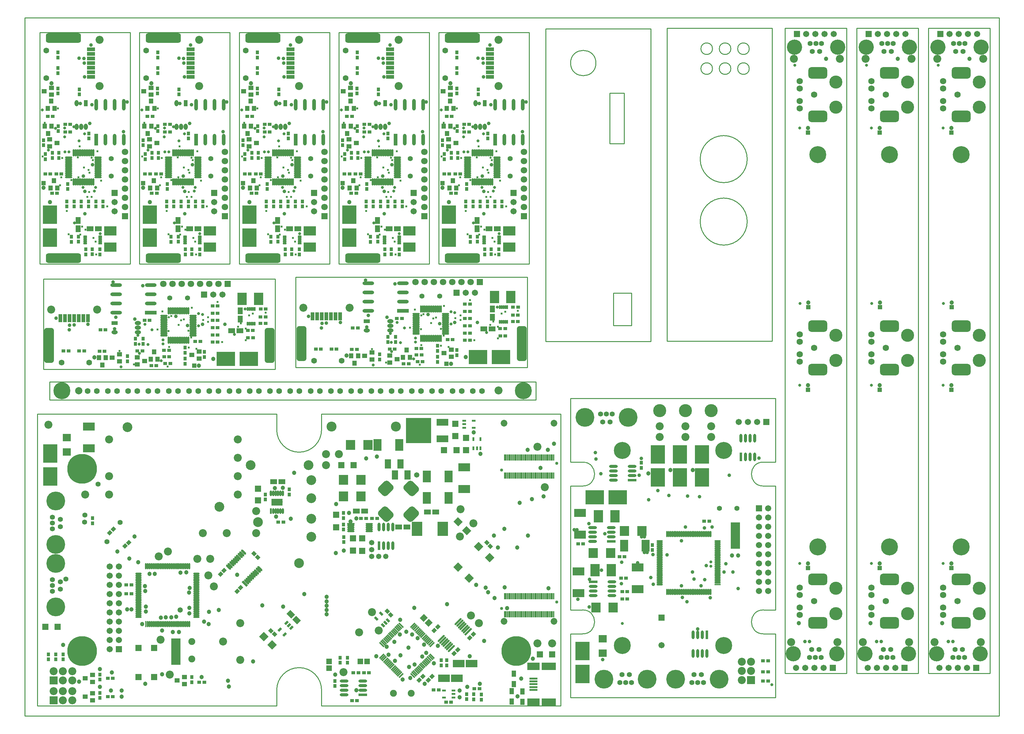
<source format=gts>
%FSLAX25Y25*%
%MOIN*%
G70*
G01*
G75*
G04 Layer_Color=8388736*
G04:AMPARAMS|DCode=10|XSize=118.11mil|YSize=196.85mil|CornerRadius=29.53mil|HoleSize=0mil|Usage=FLASHONLY|Rotation=90.000|XOffset=0mil|YOffset=0mil|HoleType=Round|Shape=RoundedRectangle|*
%AMROUNDEDRECTD10*
21,1,0.11811,0.13780,0,0,90.0*
21,1,0.05906,0.19685,0,0,90.0*
1,1,0.05906,0.06890,0.02953*
1,1,0.05906,0.06890,-0.02953*
1,1,0.05906,-0.06890,-0.02953*
1,1,0.05906,-0.06890,0.02953*
%
%ADD10ROUNDEDRECTD10*%
%ADD11R,0.03000X0.03543*%
%ADD12R,0.03543X0.03000*%
%ADD13O,0.07087X0.01181*%
%ADD14O,0.01181X0.07087*%
%ADD15O,0.03543X0.05906*%
%ADD16R,0.03543X0.05906*%
%ADD17R,0.04921X0.03937*%
%ADD18R,0.03937X0.04921*%
%ADD19R,0.12598X0.09449*%
%ADD20R,0.15000X0.19685*%
%ADD21R,0.06693X0.05000*%
%ADD22R,0.05000X0.06693*%
%ADD23O,0.03150X0.11811*%
%ADD24R,0.03150X0.11811*%
%ADD25R,0.07874X0.03543*%
%ADD26R,0.03543X0.01181*%
%ADD27O,0.03543X0.01181*%
%ADD28R,0.06299X0.06000*%
%ADD29O,0.08661X0.02362*%
%ADD30R,0.08661X0.02362*%
G04:AMPARAMS|DCode=31|XSize=94.49mil|YSize=13.78mil|CornerRadius=0mil|HoleSize=0mil|Usage=FLASHONLY|Rotation=225.000|XOffset=0mil|YOffset=0mil|HoleType=Round|Shape=Round|*
%AMOVALD31*
21,1,0.08071,0.01378,0.00000,0.00000,225.0*
1,1,0.01378,0.02854,0.02854*
1,1,0.01378,-0.02854,-0.02854*
%
%ADD31OVALD31*%

G04:AMPARAMS|DCode=32|XSize=94.49mil|YSize=13.78mil|CornerRadius=0mil|HoleSize=0mil|Usage=FLASHONLY|Rotation=225.000|XOffset=0mil|YOffset=0mil|HoleType=Round|Shape=Rectangle|*
%AMROTATEDRECTD32*
4,1,4,0.02854,0.03828,0.03828,0.02854,-0.02854,-0.03828,-0.03828,-0.02854,0.02854,0.03828,0.0*
%
%ADD32ROTATEDRECTD32*%

G04:AMPARAMS|DCode=33|XSize=9.84mil|YSize=59.06mil|CornerRadius=0mil|HoleSize=0mil|Usage=FLASHONLY|Rotation=225.000|XOffset=0mil|YOffset=0mil|HoleType=Round|Shape=Rectangle|*
%AMROTATEDRECTD33*
4,1,4,-0.01740,0.02436,0.02436,-0.01740,0.01740,-0.02436,-0.02436,0.01740,-0.01740,0.02436,0.0*
%
%ADD33ROTATEDRECTD33*%

G04:AMPARAMS|DCode=34|XSize=9.84mil|YSize=59.06mil|CornerRadius=0mil|HoleSize=0mil|Usage=FLASHONLY|Rotation=135.000|XOffset=0mil|YOffset=0mil|HoleType=Round|Shape=Rectangle|*
%AMROTATEDRECTD34*
4,1,4,0.02436,0.01740,-0.01740,-0.02436,-0.02436,-0.01740,0.01740,0.02436,0.02436,0.01740,0.0*
%
%ADD34ROTATEDRECTD34*%

G04:AMPARAMS|DCode=35|XSize=9.84mil|YSize=59.06mil|CornerRadius=0mil|HoleSize=0mil|Usage=FLASHONLY|Rotation=225.000|XOffset=0mil|YOffset=0mil|HoleType=Round|Shape=Round|*
%AMOVALD35*
21,1,0.04921,0.00984,0.00000,0.00000,315.0*
1,1,0.00984,-0.01740,0.01740*
1,1,0.00984,0.01740,-0.01740*
%
%ADD35OVALD35*%

G04:AMPARAMS|DCode=36|XSize=9.84mil|YSize=59.06mil|CornerRadius=0mil|HoleSize=0mil|Usage=FLASHONLY|Rotation=135.000|XOffset=0mil|YOffset=0mil|HoleType=Round|Shape=Round|*
%AMOVALD36*
21,1,0.04921,0.00984,0.00000,0.00000,225.0*
1,1,0.00984,0.01740,0.01740*
1,1,0.00984,-0.01740,-0.01740*
%
%ADD36OVALD36*%

%ADD37R,0.03937X0.05906*%
G04:AMPARAMS|DCode=38|XSize=15.75mil|YSize=35.43mil|CornerRadius=0mil|HoleSize=0mil|Usage=FLASHONLY|Rotation=45.000|XOffset=0mil|YOffset=0mil|HoleType=Round|Shape=Rectangle|*
%AMROTATEDRECTD38*
4,1,4,0.00696,-0.01810,-0.01810,0.00696,-0.00696,0.01810,0.01810,-0.00696,0.00696,-0.01810,0.0*
%
%ADD38ROTATEDRECTD38*%

%ADD39R,0.03543X0.01575*%
%ADD40R,0.11201X0.06500*%
%ADD41R,0.01654X0.05370*%
%ADD42O,0.01654X0.05370*%
%ADD43R,0.01575X0.03543*%
%ADD44O,0.07087X0.01181*%
%ADD45R,0.07087X0.01181*%
%ADD46O,0.05906X0.00984*%
%ADD47O,0.00984X0.05906*%
%ADD48R,0.00984X0.05906*%
G04:AMPARAMS|DCode=49|XSize=35.43mil|YSize=30mil|CornerRadius=0mil|HoleSize=0mil|Usage=FLASHONLY|Rotation=315.000|XOffset=0mil|YOffset=0mil|HoleType=Round|Shape=Rectangle|*
%AMROTATEDRECTD49*
4,1,4,-0.02313,0.00192,-0.00192,0.02313,0.02313,-0.00192,0.00192,-0.02313,-0.02313,0.00192,0.0*
%
%ADD49ROTATEDRECTD49*%

%ADD50R,0.06000X0.06299*%
G04:AMPARAMS|DCode=51|XSize=35.43mil|YSize=30mil|CornerRadius=0mil|HoleSize=0mil|Usage=FLASHONLY|Rotation=225.000|XOffset=0mil|YOffset=0mil|HoleType=Round|Shape=Rectangle|*
%AMROTATEDRECTD51*
4,1,4,0.00192,0.02313,0.02313,0.00192,-0.00192,-0.02313,-0.02313,-0.00192,0.00192,0.02313,0.0*
%
%ADD51ROTATEDRECTD51*%

G04:AMPARAMS|DCode=52|XSize=62.99mil|YSize=60mil|CornerRadius=0mil|HoleSize=0mil|Usage=FLASHONLY|Rotation=135.000|XOffset=0mil|YOffset=0mil|HoleType=Round|Shape=Rectangle|*
%AMROTATEDRECTD52*
4,1,4,0.04348,-0.00106,0.00106,-0.04348,-0.04348,0.00106,-0.00106,0.04348,0.04348,-0.00106,0.0*
%
%ADD52ROTATEDRECTD52*%

%ADD53O,0.02362X0.08661*%
%ADD54R,0.02362X0.08661*%
%ADD55R,0.26378X0.26378*%
%ADD56R,0.11811X0.06496*%
%ADD57R,0.11811X0.07087*%
G04:AMPARAMS|DCode=58|XSize=120.08mil|YSize=144.88mil|CornerRadius=30.02mil|HoleSize=0mil|Usage=FLASHONLY|Rotation=315.000|XOffset=0mil|YOffset=0mil|HoleType=Round|Shape=RoundedRectangle|*
%AMROUNDEDRECTD58*
21,1,0.12008,0.08484,0,0,315.0*
21,1,0.06004,0.14488,0,0,315.0*
1,1,0.06004,-0.00877,-0.05122*
1,1,0.06004,-0.05122,-0.00877*
1,1,0.06004,0.00877,0.05122*
1,1,0.06004,0.05122,0.00877*
%
%ADD58ROUNDEDRECTD58*%
G04:AMPARAMS|DCode=59|XSize=120.08mil|YSize=144.88mil|CornerRadius=30.02mil|HoleSize=0mil|Usage=FLASHONLY|Rotation=45.000|XOffset=0mil|YOffset=0mil|HoleType=Round|Shape=RoundedRectangle|*
%AMROUNDEDRECTD59*
21,1,0.12008,0.08484,0,0,45.0*
21,1,0.06004,0.14488,0,0,45.0*
1,1,0.06004,0.05122,-0.00877*
1,1,0.06004,0.00877,-0.05122*
1,1,0.06004,-0.05122,0.00877*
1,1,0.06004,-0.00877,0.05122*
%
%ADD59ROUNDEDRECTD59*%
%ADD60R,0.13780X0.08071*%
%ADD61R,0.15748X0.08071*%
%ADD62R,0.08858X0.01969*%
G04:AMPARAMS|DCode=63|XSize=51.18mil|YSize=55.12mil|CornerRadius=0mil|HoleSize=0mil|Usage=FLASHONLY|Rotation=135.000|XOffset=0mil|YOffset=0mil|HoleType=Round|Shape=Rectangle|*
%AMROTATEDRECTD63*
4,1,4,0.03758,0.00139,-0.00139,-0.03758,-0.03758,-0.00139,0.00139,0.03758,0.03758,0.00139,0.0*
%
%ADD63ROTATEDRECTD63*%

%ADD64R,0.05118X0.05512*%
%ADD65R,0.09449X0.09843*%
%ADD66R,0.05512X0.05118*%
%ADD67R,0.07874X0.07087*%
%ADD68R,0.11000X0.15000*%
%ADD69R,0.06299X0.06299*%
%ADD70R,0.07874X0.11811*%
%ADD71R,0.06299X0.09449*%
%ADD72R,0.11811X0.07874*%
%ADD73R,0.00906X0.05906*%
%ADD74P,0.08908X4X270.0*%
G04:AMPARAMS|DCode=75|XSize=62.99mil|YSize=15.75mil|CornerRadius=0mil|HoleSize=0mil|Usage=FLASHONLY|Rotation=135.000|XOffset=0mil|YOffset=0mil|HoleType=Round|Shape=Rectangle|*
%AMROTATEDRECTD75*
4,1,4,0.02784,-0.01670,0.01670,-0.02784,-0.02784,0.01670,-0.01670,0.02784,0.02784,-0.01670,0.0*
%
%ADD75ROTATEDRECTD75*%

G04:AMPARAMS|DCode=76|XSize=62.99mil|YSize=15.75mil|CornerRadius=0mil|HoleSize=0mil|Usage=FLASHONLY|Rotation=135.000|XOffset=0mil|YOffset=0mil|HoleType=Round|Shape=Round|*
%AMOVALD76*
21,1,0.04724,0.01575,0.00000,0.00000,135.0*
1,1,0.01575,0.01670,-0.01670*
1,1,0.01575,-0.01670,0.01670*
%
%ADD76OVALD76*%

G04:AMPARAMS|DCode=77|XSize=15.75mil|YSize=35.43mil|CornerRadius=0mil|HoleSize=0mil|Usage=FLASHONLY|Rotation=135.000|XOffset=0mil|YOffset=0mil|HoleType=Round|Shape=Rectangle|*
%AMROTATEDRECTD77*
4,1,4,0.01810,0.00696,-0.00696,-0.01810,-0.01810,-0.00696,0.00696,0.01810,0.01810,0.00696,0.0*
%
%ADD77ROTATEDRECTD77*%

%ADD78P,0.08908X4X180.0*%
G04:AMPARAMS|DCode=79|XSize=66.93mil|YSize=50mil|CornerRadius=0mil|HoleSize=0mil|Usage=FLASHONLY|Rotation=135.000|XOffset=0mil|YOffset=0mil|HoleType=Round|Shape=Rectangle|*
%AMROTATEDRECTD79*
4,1,4,0.04134,-0.00599,0.00599,-0.04134,-0.04134,0.00599,-0.00599,0.04134,0.04134,-0.00599,0.0*
%
%ADD79ROTATEDRECTD79*%

%ADD80R,0.05906X0.00984*%
%ADD81R,0.09449X0.12598*%
%ADD82R,0.19685X0.15000*%
%ADD83O,0.05906X0.03543*%
%ADD84R,0.05906X0.03543*%
%ADD85O,0.11811X0.03150*%
%ADD86R,0.11811X0.03150*%
%ADD87R,0.03543X0.07874*%
%ADD88R,0.01181X0.03543*%
%ADD89O,0.01181X0.03543*%
%ADD90C,0.03937*%
%ADD91C,0.01575*%
%ADD92C,0.03150*%
%ADD93C,0.01000*%
%ADD94C,0.01181*%
%ADD95C,0.01969*%
%ADD96C,0.05906*%
%ADD97C,0.00787*%
%ADD98C,0.07874*%
%ADD99C,0.02756*%
%ADD100R,0.25197X0.27953*%
%ADD101R,0.19685X0.32283*%
%ADD102R,0.24016X0.21260*%
%ADD103R,0.08858X0.27953*%
%ADD104C,0.17716*%
%ADD105C,0.05906*%
%ADD106R,0.05906X0.05906*%
%ADD107C,0.04724*%
%ADD108C,0.15748*%
%ADD109R,0.03937X0.03937*%
%ADD110C,0.03937*%
%ADD111C,0.06000*%
%ADD112C,0.13386*%
%ADD113C,0.07874*%
%ADD114C,0.05512*%
%ADD115C,0.06299*%
G04:AMPARAMS|DCode=116|XSize=374.02mil|YSize=98.43mil|CornerRadius=24.61mil|HoleSize=0mil|Usage=FLASHONLY|Rotation=180.000|XOffset=0mil|YOffset=0mil|HoleType=Round|Shape=RoundedRectangle|*
%AMROUNDEDRECTD116*
21,1,0.37402,0.04921,0,0,180.0*
21,1,0.32480,0.09843,0,0,180.0*
1,1,0.04921,-0.16240,0.02461*
1,1,0.04921,0.16240,0.02461*
1,1,0.04921,0.16240,-0.02461*
1,1,0.04921,-0.16240,-0.02461*
%
%ADD116ROUNDEDRECTD116*%
%ADD117R,0.05906X0.05906*%
%ADD118C,0.06693*%
%ADD119C,0.09843*%
%ADD120C,0.10000*%
%ADD121C,0.19685*%
%ADD122C,0.31496*%
%ADD123R,0.07874X0.07874*%
%ADD124C,0.06496*%
%ADD125C,0.02559*%
%ADD126R,0.07874X0.07874*%
%ADD127R,0.03937X0.03937*%
%ADD128R,0.06299X0.06299*%
G04:AMPARAMS|DCode=129|XSize=374.02mil|YSize=98.43mil|CornerRadius=24.61mil|HoleSize=0mil|Usage=FLASHONLY|Rotation=270.000|XOffset=0mil|YOffset=0mil|HoleType=Round|Shape=RoundedRectangle|*
%AMROUNDEDRECTD129*
21,1,0.37402,0.04921,0,0,270.0*
21,1,0.32480,0.09843,0,0,270.0*
1,1,0.04921,-0.02461,-0.16240*
1,1,0.04921,-0.02461,0.16240*
1,1,0.04921,0.02461,0.16240*
1,1,0.04921,0.02461,-0.16240*
%
%ADD129ROUNDEDRECTD129*%
%ADD130C,0.05500*%
%ADD131C,0.03150*%
%ADD132C,0.02362*%
%ADD133C,0.01575*%
%ADD134C,0.05000*%
%ADD135C,0.07087*%
G04:AMPARAMS|DCode=136|XSize=27.56mil|YSize=35.43mil|CornerRadius=0mil|HoleSize=0mil|Usage=FLASHONLY|Rotation=315.000|XOffset=0mil|YOffset=0mil|HoleType=Round|Shape=Rectangle|*
%AMROTATEDRECTD136*
4,1,4,-0.02227,-0.00278,0.00278,0.02227,0.02227,0.00278,-0.00278,-0.02227,-0.02227,-0.00278,0.0*
%
%ADD136ROTATEDRECTD136*%

%ADD137R,0.03543X0.02756*%
G04:AMPARAMS|DCode=138|XSize=984.25mil|YSize=708.66mil|CornerRadius=177.16mil|HoleSize=0mil|Usage=FLASHONLY|Rotation=0.000|XOffset=0mil|YOffset=0mil|HoleType=Round|Shape=RoundedRectangle|*
%AMROUNDEDRECTD138*
21,1,0.98425,0.35433,0,0,0.0*
21,1,0.62992,0.70866,0,0,0.0*
1,1,0.35433,0.31496,-0.17716*
1,1,0.35433,-0.31496,-0.17716*
1,1,0.35433,-0.31496,0.17716*
1,1,0.35433,0.31496,0.17716*
%
%ADD138ROUNDEDRECTD138*%
G04:AMPARAMS|DCode=139|XSize=86.61mil|YSize=23.62mil|CornerRadius=0mil|HoleSize=0mil|Usage=FLASHONLY|Rotation=315.000|XOffset=0mil|YOffset=0mil|HoleType=Round|Shape=Rectangle|*
%AMROTATEDRECTD139*
4,1,4,-0.03897,0.02227,-0.02227,0.03897,0.03897,-0.02227,0.02227,-0.03897,-0.03897,0.02227,0.0*
%
%ADD139ROTATEDRECTD139*%

G04:AMPARAMS|DCode=140|XSize=86.61mil|YSize=23.62mil|CornerRadius=0mil|HoleSize=0mil|Usage=FLASHONLY|Rotation=315.000|XOffset=0mil|YOffset=0mil|HoleType=Round|Shape=Round|*
%AMOVALD140*
21,1,0.06299,0.02362,0.00000,0.00000,315.0*
1,1,0.02362,-0.02227,0.02227*
1,1,0.02362,0.02227,-0.02227*
%
%ADD140OVALD140*%

%ADD141R,0.09843X0.09449*%
%ADD142R,0.03600X0.03600*%
%ADD143R,0.03600X0.05000*%
%ADD144C,0.09843*%
%ADD145C,0.03740*%
%ADD146R,0.24803X0.21260*%
%ADD147R,0.09449X0.14961*%
%ADD148R,0.18110X0.14862*%
%ADD149C,0.05886*%
%ADD150C,0.00984*%
%ADD151C,0.02362*%
%ADD152C,0.03186*%
%ADD153C,0.02000*%
%ADD154C,0.00394*%
%ADD155C,0.05886*%
%ADD156C,0.03186*%
%ADD157R,0.04724X0.25197*%
%ADD158C,0.00068*%
%ADD159C,0.01200*%
%ADD160C,0.00800*%
%ADD161C,0.00500*%
%ADD162C,0.00050*%
%ADD163C,0.00100*%
%ADD164C,0.00574*%
%ADD165C,0.00570*%
%ADD166C,0.00661*%
%ADD167C,0.00632*%
%ADD168R,0.05512X0.27559*%
%ADD169R,0.27559X0.78543*%
%ADD170R,0.12047X0.03937*%
%ADD171R,0.10847X0.30370*%
%ADD172R,0.10039X0.28937*%
G04:AMPARAMS|DCode=173|XSize=126.11mil|YSize=204.85mil|CornerRadius=33.53mil|HoleSize=0mil|Usage=FLASHONLY|Rotation=90.000|XOffset=0mil|YOffset=0mil|HoleType=Round|Shape=RoundedRectangle|*
%AMROUNDEDRECTD173*
21,1,0.12611,0.13780,0,0,90.0*
21,1,0.05906,0.20485,0,0,90.0*
1,1,0.06706,0.06890,0.02953*
1,1,0.06706,0.06890,-0.02953*
1,1,0.06706,-0.06890,-0.02953*
1,1,0.06706,-0.06890,0.02953*
%
%ADD173ROUNDEDRECTD173*%
%ADD174R,0.03800X0.04343*%
%ADD175R,0.04343X0.03800*%
%ADD176O,0.07887X0.01981*%
%ADD177O,0.01981X0.07887*%
%ADD178O,0.04343X0.06706*%
%ADD179R,0.04343X0.06706*%
%ADD180R,0.05721X0.04737*%
%ADD181R,0.04737X0.05721*%
%ADD182R,0.13398X0.10249*%
%ADD183R,0.15800X0.20485*%
%ADD184R,0.07493X0.05800*%
%ADD185R,0.05800X0.07493*%
%ADD186O,0.03950X0.12611*%
%ADD187R,0.03950X0.12611*%
%ADD188R,0.08674X0.04343*%
%ADD189R,0.04343X0.01981*%
%ADD190O,0.04343X0.01981*%
%ADD191R,0.07099X0.06800*%
%ADD192O,0.09461X0.03162*%
%ADD193R,0.09461X0.03162*%
G04:AMPARAMS|DCode=194|XSize=102.49mil|YSize=21.78mil|CornerRadius=0mil|HoleSize=0mil|Usage=FLASHONLY|Rotation=225.000|XOffset=0mil|YOffset=0mil|HoleType=Round|Shape=Round|*
%AMOVALD194*
21,1,0.08071,0.02178,0.00000,0.00000,225.0*
1,1,0.02178,0.02854,0.02854*
1,1,0.02178,-0.02854,-0.02854*
%
%ADD194OVALD194*%

G04:AMPARAMS|DCode=195|XSize=102.49mil|YSize=21.78mil|CornerRadius=0mil|HoleSize=0mil|Usage=FLASHONLY|Rotation=225.000|XOffset=0mil|YOffset=0mil|HoleType=Round|Shape=Rectangle|*
%AMROTATEDRECTD195*
4,1,4,0.02854,0.04394,0.04394,0.02854,-0.02854,-0.04394,-0.04394,-0.02854,0.02854,0.04394,0.0*
%
%ADD195ROTATEDRECTD195*%

G04:AMPARAMS|DCode=196|XSize=17.84mil|YSize=67.06mil|CornerRadius=0mil|HoleSize=0mil|Usage=FLASHONLY|Rotation=225.000|XOffset=0mil|YOffset=0mil|HoleType=Round|Shape=Rectangle|*
%AMROTATEDRECTD196*
4,1,4,-0.01740,0.03002,0.03002,-0.01740,0.01740,-0.03002,-0.03002,0.01740,-0.01740,0.03002,0.0*
%
%ADD196ROTATEDRECTD196*%

G04:AMPARAMS|DCode=197|XSize=17.84mil|YSize=67.06mil|CornerRadius=0mil|HoleSize=0mil|Usage=FLASHONLY|Rotation=135.000|XOffset=0mil|YOffset=0mil|HoleType=Round|Shape=Rectangle|*
%AMROTATEDRECTD197*
4,1,4,0.03002,0.01740,-0.01740,-0.03002,-0.03002,-0.01740,0.01740,0.03002,0.03002,0.01740,0.0*
%
%ADD197ROTATEDRECTD197*%

G04:AMPARAMS|DCode=198|XSize=17.84mil|YSize=67.06mil|CornerRadius=0mil|HoleSize=0mil|Usage=FLASHONLY|Rotation=225.000|XOffset=0mil|YOffset=0mil|HoleType=Round|Shape=Round|*
%AMOVALD198*
21,1,0.04921,0.01784,0.00000,0.00000,315.0*
1,1,0.01784,-0.01740,0.01740*
1,1,0.01784,0.01740,-0.01740*
%
%ADD198OVALD198*%

G04:AMPARAMS|DCode=199|XSize=17.84mil|YSize=67.06mil|CornerRadius=0mil|HoleSize=0mil|Usage=FLASHONLY|Rotation=135.000|XOffset=0mil|YOffset=0mil|HoleType=Round|Shape=Round|*
%AMOVALD199*
21,1,0.04921,0.01784,0.00000,0.00000,225.0*
1,1,0.01784,0.01740,0.01740*
1,1,0.01784,-0.01740,-0.01740*
%
%ADD199OVALD199*%

%ADD200R,0.04737X0.06706*%
G04:AMPARAMS|DCode=201|XSize=23.75mil|YSize=43.43mil|CornerRadius=0mil|HoleSize=0mil|Usage=FLASHONLY|Rotation=45.000|XOffset=0mil|YOffset=0mil|HoleType=Round|Shape=Rectangle|*
%AMROTATEDRECTD201*
4,1,4,0.00696,-0.02375,-0.02375,0.00696,-0.00696,0.02375,0.02375,-0.00696,0.00696,-0.02375,0.0*
%
%ADD201ROTATEDRECTD201*%

%ADD202R,0.04343X0.02375*%
%ADD203R,0.12001X0.07300*%
%ADD204R,0.02454X0.06170*%
%ADD205O,0.02454X0.06170*%
%ADD206R,0.02375X0.04343*%
%ADD207O,0.07887X0.01981*%
%ADD208R,0.07887X0.01981*%
%ADD209O,0.06706X0.01784*%
%ADD210O,0.01784X0.06706*%
%ADD211R,0.01784X0.06706*%
G04:AMPARAMS|DCode=212|XSize=43.43mil|YSize=38mil|CornerRadius=0mil|HoleSize=0mil|Usage=FLASHONLY|Rotation=315.000|XOffset=0mil|YOffset=0mil|HoleType=Round|Shape=Rectangle|*
%AMROTATEDRECTD212*
4,1,4,-0.02879,0.00192,-0.00192,0.02879,0.02879,-0.00192,0.00192,-0.02879,-0.02879,0.00192,0.0*
%
%ADD212ROTATEDRECTD212*%

%ADD213R,0.06800X0.07099*%
G04:AMPARAMS|DCode=214|XSize=43.43mil|YSize=38mil|CornerRadius=0mil|HoleSize=0mil|Usage=FLASHONLY|Rotation=225.000|XOffset=0mil|YOffset=0mil|HoleType=Round|Shape=Rectangle|*
%AMROTATEDRECTD214*
4,1,4,0.00192,0.02879,0.02879,0.00192,-0.00192,-0.02879,-0.02879,-0.00192,0.00192,0.02879,0.0*
%
%ADD214ROTATEDRECTD214*%

G04:AMPARAMS|DCode=215|XSize=70.99mil|YSize=68mil|CornerRadius=0mil|HoleSize=0mil|Usage=FLASHONLY|Rotation=135.000|XOffset=0mil|YOffset=0mil|HoleType=Round|Shape=Rectangle|*
%AMROTATEDRECTD215*
4,1,4,0.04914,-0.00106,0.00106,-0.04914,-0.04914,0.00106,-0.00106,0.04914,0.04914,-0.00106,0.0*
%
%ADD215ROTATEDRECTD215*%

%ADD216O,0.03162X0.09461*%
%ADD217R,0.03162X0.09461*%
%ADD218R,0.27178X0.27178*%
%ADD219R,0.12611X0.07296*%
%ADD220R,0.12611X0.07887*%
G04:AMPARAMS|DCode=221|XSize=128.08mil|YSize=152.88mil|CornerRadius=34.02mil|HoleSize=0mil|Usage=FLASHONLY|Rotation=315.000|XOffset=0mil|YOffset=0mil|HoleType=Round|Shape=RoundedRectangle|*
%AMROUNDEDRECTD221*
21,1,0.12808,0.08484,0,0,315.0*
21,1,0.06004,0.15288,0,0,315.0*
1,1,0.06804,-0.00877,-0.05122*
1,1,0.06804,-0.05122,-0.00877*
1,1,0.06804,0.00877,0.05122*
1,1,0.06804,0.05122,0.00877*
%
%ADD221ROUNDEDRECTD221*%
G04:AMPARAMS|DCode=222|XSize=128.08mil|YSize=152.88mil|CornerRadius=34.02mil|HoleSize=0mil|Usage=FLASHONLY|Rotation=45.000|XOffset=0mil|YOffset=0mil|HoleType=Round|Shape=RoundedRectangle|*
%AMROUNDEDRECTD222*
21,1,0.12808,0.08484,0,0,45.0*
21,1,0.06004,0.15288,0,0,45.0*
1,1,0.06804,0.05122,-0.00877*
1,1,0.06804,0.00877,-0.05122*
1,1,0.06804,-0.05122,0.00877*
1,1,0.06804,-0.00877,0.05122*
%
%ADD222ROUNDEDRECTD222*%
G04:AMPARAMS|DCode=223|XSize=59.18mil|YSize=63.12mil|CornerRadius=0mil|HoleSize=0mil|Usage=FLASHONLY|Rotation=135.000|XOffset=0mil|YOffset=0mil|HoleType=Round|Shape=Rectangle|*
%AMROTATEDRECTD223*
4,1,4,0.04324,0.00139,-0.00139,-0.04324,-0.04324,-0.00139,0.00139,0.04324,0.04324,0.00139,0.0*
%
%ADD223ROTATEDRECTD223*%

%ADD224R,0.05918X0.06312*%
%ADD225R,0.10249X0.10642*%
%ADD226R,0.06312X0.05918*%
%ADD227R,0.08674X0.07887*%
%ADD228R,0.11800X0.15800*%
%ADD229R,0.07099X0.07099*%
%ADD230R,0.08674X0.12611*%
%ADD231R,0.07099X0.10249*%
%ADD232R,0.12611X0.08674*%
%ADD233R,0.01706X0.06706*%
%ADD234P,0.10040X4X270.0*%
G04:AMPARAMS|DCode=235|XSize=70.99mil|YSize=23.75mil|CornerRadius=0mil|HoleSize=0mil|Usage=FLASHONLY|Rotation=135.000|XOffset=0mil|YOffset=0mil|HoleType=Round|Shape=Rectangle|*
%AMROTATEDRECTD235*
4,1,4,0.03350,-0.01670,0.01670,-0.03350,-0.03350,0.01670,-0.01670,0.03350,0.03350,-0.01670,0.0*
%
%ADD235ROTATEDRECTD235*%

G04:AMPARAMS|DCode=236|XSize=70.99mil|YSize=23.75mil|CornerRadius=0mil|HoleSize=0mil|Usage=FLASHONLY|Rotation=135.000|XOffset=0mil|YOffset=0mil|HoleType=Round|Shape=Round|*
%AMOVALD236*
21,1,0.04724,0.02375,0.00000,0.00000,135.0*
1,1,0.02375,0.01670,-0.01670*
1,1,0.02375,-0.01670,0.01670*
%
%ADD236OVALD236*%

G04:AMPARAMS|DCode=237|XSize=23.75mil|YSize=43.43mil|CornerRadius=0mil|HoleSize=0mil|Usage=FLASHONLY|Rotation=135.000|XOffset=0mil|YOffset=0mil|HoleType=Round|Shape=Rectangle|*
%AMROTATEDRECTD237*
4,1,4,0.02375,0.00696,-0.00696,-0.02375,-0.02375,-0.00696,0.00696,0.02375,0.02375,0.00696,0.0*
%
%ADD237ROTATEDRECTD237*%

%ADD238P,0.10040X4X180.0*%
G04:AMPARAMS|DCode=239|XSize=74.93mil|YSize=58mil|CornerRadius=0mil|HoleSize=0mil|Usage=FLASHONLY|Rotation=135.000|XOffset=0mil|YOffset=0mil|HoleType=Round|Shape=Rectangle|*
%AMROTATEDRECTD239*
4,1,4,0.04700,-0.00599,0.00599,-0.04700,-0.04700,0.00599,-0.00599,0.04700,0.04700,-0.00599,0.0*
%
%ADD239ROTATEDRECTD239*%

%ADD240R,0.06706X0.01784*%
%ADD241R,0.10249X0.13398*%
%ADD242R,0.20485X0.15800*%
%ADD243O,0.06706X0.04343*%
%ADD244R,0.06706X0.04343*%
%ADD245O,0.12611X0.03950*%
%ADD246R,0.12611X0.03950*%
%ADD247R,0.04343X0.08674*%
%ADD248R,0.01981X0.04343*%
%ADD249O,0.01981X0.04343*%
%ADD250C,0.18517*%
%ADD251C,0.06706*%
%ADD252R,0.06706X0.06706*%
%ADD253C,0.05524*%
%ADD254C,0.16548*%
%ADD255R,0.04737X0.04737*%
%ADD256C,0.04737*%
%ADD257C,0.06800*%
%ADD258C,0.14186*%
%ADD259C,0.08674*%
%ADD260C,0.06312*%
%ADD261C,0.07099*%
G04:AMPARAMS|DCode=262|XSize=382.02mil|YSize=106.42mil|CornerRadius=28.61mil|HoleSize=0mil|Usage=FLASHONLY|Rotation=180.000|XOffset=0mil|YOffset=0mil|HoleType=Round|Shape=RoundedRectangle|*
%AMROUNDEDRECTD262*
21,1,0.38202,0.04921,0,0,180.0*
21,1,0.32480,0.10642,0,0,180.0*
1,1,0.05721,-0.16240,0.02461*
1,1,0.05721,0.16240,0.02461*
1,1,0.05721,0.16240,-0.02461*
1,1,0.05721,-0.16240,-0.02461*
%
%ADD262ROUNDEDRECTD262*%
%ADD263R,0.06706X0.06706*%
%ADD264C,0.07493*%
%ADD265C,0.10642*%
%ADD266C,0.10800*%
%ADD267C,0.20485*%
%ADD268C,0.32296*%
%ADD269R,0.08674X0.08674*%
%ADD270C,0.07296*%
%ADD271C,0.03359*%
%ADD272R,0.08674X0.08674*%
%ADD273R,0.04737X0.04737*%
%ADD274R,0.07099X0.07099*%
G04:AMPARAMS|DCode=275|XSize=382.02mil|YSize=106.42mil|CornerRadius=28.61mil|HoleSize=0mil|Usage=FLASHONLY|Rotation=270.000|XOffset=0mil|YOffset=0mil|HoleType=Round|Shape=RoundedRectangle|*
%AMROUNDEDRECTD275*
21,1,0.38202,0.04921,0,0,270.0*
21,1,0.32480,0.10642,0,0,270.0*
1,1,0.05721,-0.02461,-0.16240*
1,1,0.05721,-0.02461,0.16240*
1,1,0.05721,0.02461,0.16240*
1,1,0.05721,0.02461,-0.16240*
%
%ADD275ROUNDEDRECTD275*%
%ADD276C,0.06300*%
%ADD277C,0.03950*%
%ADD278C,0.03162*%
%ADD279C,0.02375*%
%ADD280C,0.05800*%
%ADD281C,0.07887*%
D60*
X553394Y54051D02*
D03*
Y15272D02*
D03*
D61*
X570126Y54051D02*
D03*
Y15272D02*
D03*
D62*
X553394Y28362D02*
D03*
Y37811D02*
D03*
Y34661D02*
D03*
Y40961D02*
D03*
Y31512D02*
D03*
D93*
X748071Y726453D02*
G03*
X748071Y726453I-6299J0D01*
G01*
X768071D02*
G03*
X768071Y726453I-6299J0D01*
G01*
X788071D02*
G03*
X788071Y726453I-6299J0D01*
G01*
X785866Y606272D02*
G03*
X785866Y606272I-25591J0D01*
G01*
Y538272D02*
G03*
X785866Y538272I-25591J0D01*
G01*
X788071Y704799D02*
G03*
X788071Y704799I-6299J0D01*
G01*
X768071D02*
G03*
X768071Y704799I-6299J0D01*
G01*
X748071D02*
G03*
X748071Y704799I-6299J0D01*
G01*
X621264Y710831D02*
G03*
X621264Y710831I-13780J0D01*
G01*
X274031Y311614D02*
G03*
X322772Y311614I24370J0D01*
G01*
Y28346D02*
G03*
X274031Y28346I-24370J0D01*
G01*
X606744Y89468D02*
G03*
X606744Y115571I0J13051D01*
G01*
Y250374D02*
G03*
X606744Y276476I0J13051D01*
G01*
X803516Y115571D02*
G03*
X803516Y89468I0J-13051D01*
G01*
Y276476D02*
G03*
X803516Y250374I0J-13051D01*
G01*
X766553Y76673D02*
G03*
X766553Y76673I-6305J0D01*
G01*
X656317D02*
G03*
X656317Y76673I-6305J0D01*
G01*
Y289272D02*
G03*
X656317Y289272I-6305J0D01*
G01*
X766553D02*
G03*
X766553Y289272I-6305J0D01*
G01*
X0Y0D02*
X1060000D01*
X0Y760000D02*
X1060000D01*
X0Y0D02*
Y760000D01*
X1060000Y0D02*
Y760000D01*
X983071Y748862D02*
X1050000D01*
X983071Y46500D02*
X1050000D01*
X983071D02*
Y748862D01*
X1050000Y46500D02*
Y748862D01*
X905071D02*
X972000D01*
X905071Y46500D02*
X972000D01*
X905071D02*
Y748862D01*
X972000Y46500D02*
Y748862D01*
X827071D02*
X894000D01*
X827071Y46500D02*
X894000D01*
X827071D02*
Y748862D01*
X894000Y46500D02*
Y748862D01*
X548606Y492260D02*
Y744228D01*
X450181Y492260D02*
X548606D01*
X450181D02*
Y744228D01*
X548606D01*
X440106Y492260D02*
Y744228D01*
X341681Y492260D02*
X440106D01*
X341681D02*
Y744228D01*
X440106D01*
X698661Y408284D02*
X812835D01*
Y748835D01*
X698661D02*
X812835D01*
X698661Y408284D02*
Y748835D01*
X566736Y407740D02*
Y748291D01*
X680909D01*
Y407740D02*
Y748291D01*
X566736Y407740D02*
X680909D01*
X636224Y623035D02*
X651972D01*
Y678154D01*
X636224D02*
X651972D01*
X636224Y623035D02*
Y678154D01*
X640161Y424980D02*
Y460413D01*
X659846D01*
Y424980D02*
Y460413D01*
X640161Y424980D02*
X659846D01*
X13756Y11181D02*
Y328780D01*
X274031D01*
Y311614D02*
Y328780D01*
X322772Y311614D02*
Y328780D01*
X583047D01*
Y11181D02*
Y328780D01*
X322772Y11181D02*
X583047D01*
X322772D02*
Y28346D01*
X274031Y11181D02*
Y28346D01*
X13756Y11181D02*
X274031D01*
X16181Y744228D02*
X114606D01*
X16181Y492260D02*
Y744228D01*
Y492260D02*
X114606D01*
Y744228D01*
X124681D02*
X223106D01*
X124681Y492260D02*
Y744228D01*
Y492260D02*
X223106D01*
Y744228D01*
X233181D02*
X331606D01*
X233181Y492260D02*
Y744228D01*
Y492260D02*
X331606D01*
Y744228D01*
X593693Y20256D02*
X816567D01*
X593693Y89468D02*
X606724D01*
X593713Y115571D02*
X606744D01*
X593713Y250374D02*
X606744D01*
X593713Y276476D02*
X606744D01*
X803516D02*
X816547D01*
X803516Y250374D02*
X816547D01*
X803516Y89468D02*
X816547D01*
X803516Y115571D02*
X816547D01*
X593693Y20256D02*
Y89468D01*
X593713Y115571D02*
Y250374D01*
Y276476D02*
Y345669D01*
X816567Y276496D02*
Y345689D01*
X816547Y115571D02*
Y250374D01*
Y20276D02*
Y89468D01*
X593693Y345689D02*
X816567D01*
X294772Y477925D02*
X546740D01*
Y379500D02*
Y477925D01*
X294772Y379500D02*
X546740D01*
X294772D02*
Y477925D01*
X20272Y475925D02*
X272240D01*
Y377500D02*
Y475925D01*
X20272Y377500D02*
X272240D01*
X20272D02*
Y475925D01*
X26976Y363866D02*
X556110D01*
X26976Y344969D02*
Y363866D01*
X556110Y343984D02*
Y363866D01*
Y343984D02*
Y363866D01*
X26976Y343984D02*
X556110D01*
X26976D02*
Y362685D01*
Y343984D02*
X556110D01*
D172*
X164279Y69996D02*
D03*
X772835Y196315D02*
D03*
D173*
X1018504Y652799D02*
D03*
Y700043D02*
D03*
Y377209D02*
D03*
Y424453D02*
D03*
Y101618D02*
D03*
Y148862D02*
D03*
X940504Y652799D02*
D03*
Y700043D02*
D03*
Y377209D02*
D03*
Y424453D02*
D03*
Y101618D02*
D03*
Y148862D02*
D03*
X862504Y652799D02*
D03*
Y700043D02*
D03*
Y377209D02*
D03*
Y424453D02*
D03*
Y101618D02*
D03*
Y148862D02*
D03*
D174*
X480496Y579189D02*
D03*
Y573689D02*
D03*
X470811Y613114D02*
D03*
Y607614D02*
D03*
X503488Y628728D02*
D03*
Y634228D02*
D03*
X492465Y516445D02*
D03*
Y521945D02*
D03*
X507189Y508153D02*
D03*
Y502654D02*
D03*
X515772Y507996D02*
D03*
Y502496D02*
D03*
X484592Y521746D02*
D03*
Y516246D02*
D03*
X456402Y611776D02*
D03*
Y606276D02*
D03*
X463866Y607488D02*
D03*
Y612988D02*
D03*
X470126Y722433D02*
D03*
Y716933D02*
D03*
X493161Y676752D02*
D03*
Y682252D02*
D03*
X479709Y560291D02*
D03*
Y554791D02*
D03*
X469854Y677740D02*
D03*
Y683240D02*
D03*
X454197Y621472D02*
D03*
Y626972D02*
D03*
X487583Y560291D02*
D03*
Y554791D02*
D03*
X495457Y560291D02*
D03*
Y554791D02*
D03*
X503331Y560291D02*
D03*
Y554791D02*
D03*
X511205Y560291D02*
D03*
Y554791D02*
D03*
X519079Y560291D02*
D03*
Y554791D02*
D03*
X470024Y699898D02*
D03*
Y705398D02*
D03*
X500260Y502575D02*
D03*
Y508075D02*
D03*
X470260Y636669D02*
D03*
Y642169D02*
D03*
X371996Y579189D02*
D03*
Y573689D02*
D03*
X362311Y613114D02*
D03*
Y607614D02*
D03*
X394988Y628728D02*
D03*
Y634228D02*
D03*
X383965Y516445D02*
D03*
Y521945D02*
D03*
X398689Y508153D02*
D03*
Y502654D02*
D03*
X407272Y507996D02*
D03*
Y502496D02*
D03*
X376092Y521746D02*
D03*
Y516246D02*
D03*
X347902Y611776D02*
D03*
Y606276D02*
D03*
X355366Y607488D02*
D03*
Y612988D02*
D03*
X361626Y722433D02*
D03*
Y716933D02*
D03*
X384661Y676752D02*
D03*
Y682252D02*
D03*
X371209Y560291D02*
D03*
Y554791D02*
D03*
X361354Y677740D02*
D03*
Y683240D02*
D03*
X345697Y621472D02*
D03*
Y626972D02*
D03*
X379083Y560291D02*
D03*
Y554791D02*
D03*
X386957Y560291D02*
D03*
Y554791D02*
D03*
X394831Y560291D02*
D03*
Y554791D02*
D03*
X402705Y560291D02*
D03*
Y554791D02*
D03*
X410579Y560291D02*
D03*
Y554791D02*
D03*
X361524Y699898D02*
D03*
Y705398D02*
D03*
X391760Y502575D02*
D03*
Y508075D02*
D03*
X361760Y636669D02*
D03*
Y642169D02*
D03*
X81756Y45181D02*
D03*
Y39681D02*
D03*
X347000Y189370D02*
D03*
Y194870D02*
D03*
X350874Y63622D02*
D03*
Y58122D02*
D03*
X342874Y63622D02*
D03*
Y58122D02*
D03*
X25756Y67181D02*
D03*
Y61681D02*
D03*
X81756Y25181D02*
D03*
Y19681D02*
D03*
X33756Y67181D02*
D03*
Y61681D02*
D03*
X41756Y67181D02*
D03*
Y61681D02*
D03*
X287756Y241181D02*
D03*
Y246681D02*
D03*
X181646Y36961D02*
D03*
Y42461D02*
D03*
X337425Y32693D02*
D03*
Y38193D02*
D03*
X452953Y55181D02*
D03*
Y60681D02*
D03*
X458953Y55181D02*
D03*
Y60681D02*
D03*
X480638Y23890D02*
D03*
Y18390D02*
D03*
X488370Y23795D02*
D03*
Y18295D02*
D03*
X496638Y17890D02*
D03*
Y23390D02*
D03*
X261756Y241181D02*
D03*
Y235681D02*
D03*
X346480Y220976D02*
D03*
Y215476D02*
D03*
Y202976D02*
D03*
Y208476D02*
D03*
X73724Y209874D02*
D03*
Y215374D02*
D03*
X36260Y636669D02*
D03*
Y642169D02*
D03*
X66260Y502575D02*
D03*
Y508075D02*
D03*
X36024Y699898D02*
D03*
Y705398D02*
D03*
X85079Y560291D02*
D03*
Y554791D02*
D03*
X77205Y560291D02*
D03*
Y554791D02*
D03*
X69331Y560291D02*
D03*
Y554791D02*
D03*
X61457Y560291D02*
D03*
Y554791D02*
D03*
X53583Y560291D02*
D03*
Y554791D02*
D03*
X20197Y621472D02*
D03*
Y626972D02*
D03*
X35855Y677740D02*
D03*
Y683240D02*
D03*
X45709Y560291D02*
D03*
Y554791D02*
D03*
X59161Y676752D02*
D03*
Y682252D02*
D03*
X36126Y722433D02*
D03*
Y716933D02*
D03*
X29866Y607488D02*
D03*
Y612988D02*
D03*
X22402Y611776D02*
D03*
Y606276D02*
D03*
X50592Y521746D02*
D03*
Y516246D02*
D03*
X81772Y507996D02*
D03*
Y502496D02*
D03*
X73189Y508153D02*
D03*
Y502654D02*
D03*
X58465Y516445D02*
D03*
Y521945D02*
D03*
X69488Y628728D02*
D03*
Y634228D02*
D03*
X36811Y613114D02*
D03*
Y607614D02*
D03*
X46496Y579189D02*
D03*
Y573689D02*
D03*
X144760Y636669D02*
D03*
Y642169D02*
D03*
X174760Y502575D02*
D03*
Y508075D02*
D03*
X144524Y699898D02*
D03*
Y705398D02*
D03*
X193579Y560291D02*
D03*
Y554791D02*
D03*
X185705Y560291D02*
D03*
Y554791D02*
D03*
X177831Y560291D02*
D03*
Y554791D02*
D03*
X169957Y560291D02*
D03*
Y554791D02*
D03*
X162083Y560291D02*
D03*
Y554791D02*
D03*
X128697Y621472D02*
D03*
Y626972D02*
D03*
X144354Y677740D02*
D03*
Y683240D02*
D03*
X154209Y560291D02*
D03*
Y554791D02*
D03*
X167661Y676752D02*
D03*
Y682252D02*
D03*
X144626Y722433D02*
D03*
Y716933D02*
D03*
X138366Y607488D02*
D03*
Y612988D02*
D03*
X130902Y611776D02*
D03*
Y606276D02*
D03*
X159092Y521746D02*
D03*
Y516246D02*
D03*
X190272Y507996D02*
D03*
Y502496D02*
D03*
X181689Y508153D02*
D03*
Y502654D02*
D03*
X166965Y516445D02*
D03*
Y521945D02*
D03*
X177988Y628728D02*
D03*
Y634228D02*
D03*
X145311Y613114D02*
D03*
Y607614D02*
D03*
X154996Y579189D02*
D03*
Y573689D02*
D03*
X253260Y636669D02*
D03*
Y642169D02*
D03*
X283260Y502575D02*
D03*
Y508075D02*
D03*
X253024Y699898D02*
D03*
Y705398D02*
D03*
X302079Y560291D02*
D03*
Y554791D02*
D03*
X294205Y560291D02*
D03*
Y554791D02*
D03*
X286331Y560291D02*
D03*
Y554791D02*
D03*
X278457Y560291D02*
D03*
Y554791D02*
D03*
X270583Y560291D02*
D03*
Y554791D02*
D03*
X237197Y621472D02*
D03*
Y626972D02*
D03*
X252854Y677740D02*
D03*
Y683240D02*
D03*
X262709Y560291D02*
D03*
Y554791D02*
D03*
X276161Y676752D02*
D03*
Y682252D02*
D03*
X253126Y722433D02*
D03*
Y716933D02*
D03*
X246866Y607488D02*
D03*
Y612988D02*
D03*
X239402Y611776D02*
D03*
Y606276D02*
D03*
X267592Y521746D02*
D03*
Y516246D02*
D03*
X298772Y507996D02*
D03*
Y502496D02*
D03*
X290189Y508153D02*
D03*
Y502654D02*
D03*
X275465Y516445D02*
D03*
Y521945D02*
D03*
X286488Y628728D02*
D03*
Y634228D02*
D03*
X253811Y613114D02*
D03*
Y607614D02*
D03*
X263496Y579189D02*
D03*
Y573689D02*
D03*
X670547Y275776D02*
D03*
Y270276D02*
D03*
X682547Y180776D02*
D03*
Y186276D02*
D03*
X448945Y397543D02*
D03*
Y403043D02*
D03*
X469890Y392898D02*
D03*
Y398398D02*
D03*
X448945Y390984D02*
D03*
Y385484D02*
D03*
X394929Y412650D02*
D03*
Y407150D02*
D03*
X403276Y412650D02*
D03*
Y407150D02*
D03*
X386032Y388173D02*
D03*
Y393673D02*
D03*
X174445Y395543D02*
D03*
Y401043D02*
D03*
X195390Y390898D02*
D03*
Y396398D02*
D03*
X174445Y388984D02*
D03*
Y383484D02*
D03*
X120429Y410650D02*
D03*
Y405150D02*
D03*
X128776Y410650D02*
D03*
Y405150D02*
D03*
X111531Y386173D02*
D03*
Y391673D02*
D03*
D175*
X468224Y590055D02*
D03*
X473724D02*
D03*
X463579Y569110D02*
D03*
X469079D02*
D03*
X461665Y590055D02*
D03*
X456165D02*
D03*
X483331Y644071D02*
D03*
X477831D02*
D03*
X483331Y635724D02*
D03*
X477831D02*
D03*
X458854Y652969D02*
D03*
X464354D02*
D03*
X359724Y590055D02*
D03*
X365224D02*
D03*
X355079Y569110D02*
D03*
X360579D02*
D03*
X353165Y590055D02*
D03*
X347665D02*
D03*
X374831Y644071D02*
D03*
X369331D02*
D03*
X374831Y635724D02*
D03*
X369331D02*
D03*
X350354Y652969D02*
D03*
X355854D02*
D03*
X95756Y41181D02*
D03*
X90256D02*
D03*
X368953Y47181D02*
D03*
X374453D02*
D03*
X361425Y16693D02*
D03*
X355925D02*
D03*
X362953Y47181D02*
D03*
X357453D02*
D03*
X95756Y21181D02*
D03*
X90256D02*
D03*
X275756Y211181D02*
D03*
X281256D02*
D03*
X377756Y215181D02*
D03*
X383256D02*
D03*
X189709Y36835D02*
D03*
X195209D02*
D03*
X494638Y29890D02*
D03*
X489138D02*
D03*
X450260Y28331D02*
D03*
X444760D02*
D03*
X458228Y15181D02*
D03*
X463728D02*
D03*
X365756Y215181D02*
D03*
X371256D02*
D03*
X115823Y133181D02*
D03*
X110323D02*
D03*
X115823Y142850D02*
D03*
X110323D02*
D03*
X24854Y652969D02*
D03*
X30354D02*
D03*
X49331Y635724D02*
D03*
X43831D02*
D03*
X49331Y644071D02*
D03*
X43831D02*
D03*
X27665Y590055D02*
D03*
X22165D02*
D03*
X29579Y569110D02*
D03*
X35079D02*
D03*
X34224Y590055D02*
D03*
X39724D02*
D03*
X133354Y652969D02*
D03*
X138854D02*
D03*
X157831Y635724D02*
D03*
X152331D02*
D03*
X157831Y644071D02*
D03*
X152331D02*
D03*
X136165Y590055D02*
D03*
X130665D02*
D03*
X138079Y569110D02*
D03*
X143579D02*
D03*
X142724Y590055D02*
D03*
X148224D02*
D03*
X241854Y652969D02*
D03*
X247354D02*
D03*
X266331Y635724D02*
D03*
X260831D02*
D03*
X266331Y644071D02*
D03*
X260831D02*
D03*
X244665Y590055D02*
D03*
X239165D02*
D03*
X246579Y569110D02*
D03*
X252079D02*
D03*
X251224Y590055D02*
D03*
X256724D02*
D03*
X652350Y173606D02*
D03*
X646850D02*
D03*
X808547Y60276D02*
D03*
X803047D02*
D03*
X808547Y48276D02*
D03*
X803047D02*
D03*
X808547Y38276D02*
D03*
X803047D02*
D03*
X655319Y135350D02*
D03*
X649819D02*
D03*
X648547Y150276D02*
D03*
X654047D02*
D03*
X739047Y212276D02*
D03*
X744547D02*
D03*
X655319Y127350D02*
D03*
X649819D02*
D03*
X601850Y187606D02*
D03*
X607350D02*
D03*
X459811Y409815D02*
D03*
X465311D02*
D03*
X425886Y400130D02*
D03*
X431386D02*
D03*
X410272Y432807D02*
D03*
X404772D02*
D03*
X522555Y421783D02*
D03*
X517055D02*
D03*
X530847Y436508D02*
D03*
X536346D02*
D03*
X531004Y445090D02*
D03*
X536504D02*
D03*
X517254Y413911D02*
D03*
X522754D02*
D03*
X427224Y385720D02*
D03*
X432724D02*
D03*
X431512Y393185D02*
D03*
X426012D02*
D03*
X316567Y399445D02*
D03*
X322067D02*
D03*
X362248Y422480D02*
D03*
X356748D02*
D03*
X478709Y409028D02*
D03*
X484209D02*
D03*
X361260Y399173D02*
D03*
X355760D02*
D03*
X417528Y383516D02*
D03*
X412028D02*
D03*
X478709Y416902D02*
D03*
X484209D02*
D03*
X478709Y424776D02*
D03*
X484209D02*
D03*
X478709Y432650D02*
D03*
X484209D02*
D03*
X478709Y440524D02*
D03*
X484209D02*
D03*
X478709Y448398D02*
D03*
X484209D02*
D03*
X339102Y399342D02*
D03*
X333602D02*
D03*
X536425Y429579D02*
D03*
X530925D02*
D03*
X402331Y399579D02*
D03*
X396831D02*
D03*
X185311Y407815D02*
D03*
X190811D02*
D03*
X151386Y398130D02*
D03*
X156886D02*
D03*
X135772Y430807D02*
D03*
X130272D02*
D03*
X248055Y419783D02*
D03*
X242555D02*
D03*
X256347Y434508D02*
D03*
X261846D02*
D03*
X256504Y443090D02*
D03*
X262004D02*
D03*
X242754Y411911D02*
D03*
X248254D02*
D03*
X152724Y383720D02*
D03*
X158224D02*
D03*
X157012Y391185D02*
D03*
X151512D02*
D03*
X42067Y397445D02*
D03*
X47567D02*
D03*
X87748Y420480D02*
D03*
X82248D02*
D03*
X204209Y407028D02*
D03*
X209709D02*
D03*
X86760Y397173D02*
D03*
X81260D02*
D03*
X143028Y381516D02*
D03*
X137528D02*
D03*
X204209Y414902D02*
D03*
X209709D02*
D03*
X204209Y422776D02*
D03*
X209709D02*
D03*
X204209Y430650D02*
D03*
X209709D02*
D03*
X204209Y438524D02*
D03*
X209709D02*
D03*
X204209Y446398D02*
D03*
X209709D02*
D03*
X64602Y397342D02*
D03*
X59102D02*
D03*
X261925Y427579D02*
D03*
X256425D02*
D03*
X127831Y397579D02*
D03*
X122331D02*
D03*
D176*
X513679Y586502D02*
D03*
Y588470D02*
D03*
Y590439D02*
D03*
Y592407D02*
D03*
Y594376D02*
D03*
Y596344D02*
D03*
Y598313D02*
D03*
Y600281D02*
D03*
Y602250D02*
D03*
Y604218D02*
D03*
Y606187D02*
D03*
Y608155D02*
D03*
X481789D02*
D03*
Y606187D02*
D03*
Y604218D02*
D03*
Y602250D02*
D03*
Y600281D02*
D03*
Y598313D02*
D03*
Y596344D02*
D03*
Y594376D02*
D03*
Y592407D02*
D03*
Y590439D02*
D03*
Y588470D02*
D03*
Y586502D02*
D03*
X405179D02*
D03*
Y588470D02*
D03*
Y590439D02*
D03*
Y592407D02*
D03*
Y594376D02*
D03*
Y596344D02*
D03*
Y598313D02*
D03*
Y600281D02*
D03*
Y602250D02*
D03*
Y604218D02*
D03*
Y606187D02*
D03*
Y608155D02*
D03*
X373289D02*
D03*
Y606187D02*
D03*
Y604218D02*
D03*
Y602250D02*
D03*
Y600281D02*
D03*
Y598313D02*
D03*
Y596344D02*
D03*
Y594376D02*
D03*
Y592407D02*
D03*
Y590439D02*
D03*
Y588470D02*
D03*
Y586502D02*
D03*
X79679D02*
D03*
Y588470D02*
D03*
Y590439D02*
D03*
Y592407D02*
D03*
Y594376D02*
D03*
Y596344D02*
D03*
Y598313D02*
D03*
Y600281D02*
D03*
Y602250D02*
D03*
Y604218D02*
D03*
Y606187D02*
D03*
Y608155D02*
D03*
X47789D02*
D03*
Y606187D02*
D03*
Y604218D02*
D03*
Y602250D02*
D03*
Y600281D02*
D03*
Y598313D02*
D03*
Y596344D02*
D03*
Y594376D02*
D03*
Y592407D02*
D03*
Y590439D02*
D03*
Y588470D02*
D03*
Y586502D02*
D03*
X188179D02*
D03*
Y588470D02*
D03*
Y590439D02*
D03*
Y592407D02*
D03*
Y594376D02*
D03*
Y596344D02*
D03*
Y598313D02*
D03*
Y600281D02*
D03*
Y602250D02*
D03*
Y604218D02*
D03*
Y606187D02*
D03*
Y608155D02*
D03*
X156289D02*
D03*
Y606187D02*
D03*
Y604218D02*
D03*
Y602250D02*
D03*
Y600281D02*
D03*
Y598313D02*
D03*
Y596344D02*
D03*
Y594376D02*
D03*
Y592407D02*
D03*
Y590439D02*
D03*
Y588470D02*
D03*
Y586502D02*
D03*
X296679D02*
D03*
Y588470D02*
D03*
Y590439D02*
D03*
Y592407D02*
D03*
Y594376D02*
D03*
Y596344D02*
D03*
Y598313D02*
D03*
Y600281D02*
D03*
Y602250D02*
D03*
Y604218D02*
D03*
Y606187D02*
D03*
Y608155D02*
D03*
X264789D02*
D03*
Y606187D02*
D03*
Y604218D02*
D03*
Y602250D02*
D03*
Y600281D02*
D03*
Y598313D02*
D03*
Y596344D02*
D03*
Y594376D02*
D03*
Y592407D02*
D03*
Y590439D02*
D03*
Y588470D02*
D03*
Y586502D02*
D03*
X425727Y437880D02*
D03*
Y435911D02*
D03*
Y433943D02*
D03*
Y431974D02*
D03*
Y430006D02*
D03*
Y428037D02*
D03*
Y426068D02*
D03*
Y424100D02*
D03*
Y422131D02*
D03*
Y420163D02*
D03*
Y418194D02*
D03*
Y416226D02*
D03*
X457617D02*
D03*
Y418194D02*
D03*
Y420163D02*
D03*
Y422131D02*
D03*
Y424100D02*
D03*
Y426068D02*
D03*
Y428037D02*
D03*
Y430006D02*
D03*
Y431974D02*
D03*
Y433943D02*
D03*
Y435911D02*
D03*
Y437880D02*
D03*
X151227Y435880D02*
D03*
Y433911D02*
D03*
Y431943D02*
D03*
Y429974D02*
D03*
Y428006D02*
D03*
Y426037D02*
D03*
Y424068D02*
D03*
Y422100D02*
D03*
Y420131D02*
D03*
Y418163D02*
D03*
Y416194D02*
D03*
Y414226D02*
D03*
X183116D02*
D03*
Y416194D02*
D03*
Y418163D02*
D03*
Y420131D02*
D03*
Y422100D02*
D03*
Y424068D02*
D03*
Y426037D02*
D03*
Y428006D02*
D03*
Y429974D02*
D03*
Y431943D02*
D03*
Y433911D02*
D03*
Y435880D02*
D03*
D177*
X508561Y613273D02*
D03*
X506592D02*
D03*
X504624D02*
D03*
X502655D02*
D03*
X500687D02*
D03*
X498718D02*
D03*
X496750D02*
D03*
X494781D02*
D03*
X492813D02*
D03*
X490844D02*
D03*
X488876D02*
D03*
X486907D02*
D03*
Y581384D02*
D03*
X488876D02*
D03*
X490844D02*
D03*
X492813D02*
D03*
X494781D02*
D03*
X496750D02*
D03*
X498718D02*
D03*
X500687D02*
D03*
X502655D02*
D03*
X504624D02*
D03*
X506592D02*
D03*
X508561D02*
D03*
X400061Y613273D02*
D03*
X398092D02*
D03*
X396124D02*
D03*
X394155D02*
D03*
X392187D02*
D03*
X390218D02*
D03*
X388250D02*
D03*
X386281D02*
D03*
X384313D02*
D03*
X382344D02*
D03*
X380376D02*
D03*
X378407D02*
D03*
Y581384D02*
D03*
X380376D02*
D03*
X382344D02*
D03*
X384313D02*
D03*
X386281D02*
D03*
X388250D02*
D03*
X390218D02*
D03*
X392187D02*
D03*
X394155D02*
D03*
X396124D02*
D03*
X398092D02*
D03*
X400061D02*
D03*
X74561Y613273D02*
D03*
X72592D02*
D03*
X70624D02*
D03*
X68655D02*
D03*
X66687D02*
D03*
X64718D02*
D03*
X62750D02*
D03*
X60781D02*
D03*
X58813D02*
D03*
X56844D02*
D03*
X54876D02*
D03*
X52907D02*
D03*
Y581384D02*
D03*
X54876D02*
D03*
X56844D02*
D03*
X58813D02*
D03*
X60781D02*
D03*
X62750D02*
D03*
X64718D02*
D03*
X66687D02*
D03*
X68655D02*
D03*
X70624D02*
D03*
X72592D02*
D03*
X74561D02*
D03*
X183061Y613273D02*
D03*
X181092D02*
D03*
X179124D02*
D03*
X177155D02*
D03*
X175187D02*
D03*
X173218D02*
D03*
X171250D02*
D03*
X169281D02*
D03*
X167313D02*
D03*
X165344D02*
D03*
X163376D02*
D03*
X161407D02*
D03*
Y581384D02*
D03*
X163376D02*
D03*
X165344D02*
D03*
X167313D02*
D03*
X169281D02*
D03*
X171250D02*
D03*
X173218D02*
D03*
X175187D02*
D03*
X177155D02*
D03*
X179124D02*
D03*
X181092D02*
D03*
X183061D02*
D03*
X291561Y613273D02*
D03*
X289592D02*
D03*
X287624D02*
D03*
X285655D02*
D03*
X283687D02*
D03*
X281718D02*
D03*
X279750D02*
D03*
X277781D02*
D03*
X275813D02*
D03*
X273844D02*
D03*
X271876D02*
D03*
X269907D02*
D03*
Y581384D02*
D03*
X271876D02*
D03*
X273844D02*
D03*
X275813D02*
D03*
X277781D02*
D03*
X279750D02*
D03*
X281718D02*
D03*
X283687D02*
D03*
X285655D02*
D03*
X287624D02*
D03*
X289592D02*
D03*
X291561D02*
D03*
X452498Y442998D02*
D03*
X450530D02*
D03*
X448561D02*
D03*
X446593D02*
D03*
X444624D02*
D03*
X442656D02*
D03*
X440687D02*
D03*
X438719D02*
D03*
X436750D02*
D03*
X434782D02*
D03*
X432813D02*
D03*
X430845D02*
D03*
Y411108D02*
D03*
X432813D02*
D03*
X434782D02*
D03*
X436750D02*
D03*
X438719D02*
D03*
X440687D02*
D03*
X442656D02*
D03*
X444624D02*
D03*
X446593D02*
D03*
X448561D02*
D03*
X450530D02*
D03*
X452498D02*
D03*
X177998Y440998D02*
D03*
X176030D02*
D03*
X174061D02*
D03*
X172093D02*
D03*
X170124D02*
D03*
X168156D02*
D03*
X166187D02*
D03*
X164219D02*
D03*
X162250D02*
D03*
X160282D02*
D03*
X158313D02*
D03*
X156345D02*
D03*
Y409108D02*
D03*
X158313D02*
D03*
X160282D02*
D03*
X162250D02*
D03*
X164219D02*
D03*
X166187D02*
D03*
X168156D02*
D03*
X170124D02*
D03*
X172093D02*
D03*
X174061D02*
D03*
X176030D02*
D03*
X177998D02*
D03*
D178*
X490457Y641409D02*
D03*
Y667000D02*
D03*
X500457Y641409D02*
D03*
X495457D02*
D03*
X381957D02*
D03*
Y667000D02*
D03*
X391957Y641409D02*
D03*
X386957D02*
D03*
X56457D02*
D03*
Y667000D02*
D03*
X66457Y641409D02*
D03*
X61457D02*
D03*
X164957D02*
D03*
Y667000D02*
D03*
X174957Y641409D02*
D03*
X169957D02*
D03*
X273457D02*
D03*
Y667000D02*
D03*
X283457Y641409D02*
D03*
X278457D02*
D03*
D179*
X500457Y667000D02*
D03*
X391957D02*
D03*
X66457D02*
D03*
X174957D02*
D03*
X283457D02*
D03*
D180*
X462858Y676444D02*
D03*
Y683944D02*
D03*
X454858Y680244D02*
D03*
X461063Y627650D02*
D03*
Y620150D02*
D03*
X469063Y623850D02*
D03*
X354358Y676444D02*
D03*
Y683944D02*
D03*
X346358Y680244D02*
D03*
X352563Y627650D02*
D03*
Y620150D02*
D03*
X360563Y623850D02*
D03*
X65756Y40981D02*
D03*
X73756Y44681D02*
D03*
Y37181D02*
D03*
X65756Y20981D02*
D03*
X73756Y24681D02*
D03*
Y17181D02*
D03*
X165646Y38761D02*
D03*
X173646Y42461D02*
D03*
Y34961D02*
D03*
X27063Y627650D02*
D03*
Y620150D02*
D03*
X35063Y623850D02*
D03*
X28858Y676444D02*
D03*
Y683944D02*
D03*
X20858Y680244D02*
D03*
X135563Y627650D02*
D03*
Y620150D02*
D03*
X143563Y623850D02*
D03*
X137358Y676444D02*
D03*
Y683944D02*
D03*
X129358Y680244D02*
D03*
X244063Y627650D02*
D03*
Y620150D02*
D03*
X252063Y623850D02*
D03*
X245858Y676444D02*
D03*
Y683944D02*
D03*
X237858Y680244D02*
D03*
X464090Y391181D02*
D03*
Y398681D02*
D03*
X456090Y394981D02*
D03*
X404850Y388582D02*
D03*
X396850Y384882D02*
D03*
Y392382D02*
D03*
X377496Y388220D02*
D03*
Y395720D02*
D03*
X369496Y392020D02*
D03*
X189591Y389181D02*
D03*
Y396681D02*
D03*
X181591Y392981D02*
D03*
X130350Y386582D02*
D03*
X122350Y382882D02*
D03*
Y390382D02*
D03*
X102996Y386220D02*
D03*
Y393720D02*
D03*
X94996Y390020D02*
D03*
D181*
X461862Y574909D02*
D03*
X469362D02*
D03*
X465662Y582909D02*
D03*
X459263Y634150D02*
D03*
X455563Y642150D02*
D03*
X463063D02*
D03*
X458901Y661504D02*
D03*
X466401D02*
D03*
X462701Y669504D02*
D03*
X353362Y574909D02*
D03*
X360862D02*
D03*
X357162Y582909D02*
D03*
X350763Y634150D02*
D03*
X347063Y642150D02*
D03*
X354563D02*
D03*
X350401Y661504D02*
D03*
X357901D02*
D03*
X354201Y669504D02*
D03*
X24901Y661504D02*
D03*
X32401D02*
D03*
X28701Y669504D02*
D03*
X25263Y634150D02*
D03*
X21563Y642150D02*
D03*
X29063D02*
D03*
X27862Y574909D02*
D03*
X35362D02*
D03*
X31662Y582909D02*
D03*
X133401Y661504D02*
D03*
X140901D02*
D03*
X137201Y669504D02*
D03*
X133763Y634150D02*
D03*
X130063Y642150D02*
D03*
X137563D02*
D03*
X136362Y574909D02*
D03*
X143862D02*
D03*
X140162Y582909D02*
D03*
X241901Y661504D02*
D03*
X249401D02*
D03*
X245701Y669504D02*
D03*
X242263Y634150D02*
D03*
X238563Y642150D02*
D03*
X246063D02*
D03*
X244862Y574909D02*
D03*
X252362D02*
D03*
X248662Y582909D02*
D03*
X362556Y392177D02*
D03*
X355056D02*
D03*
X358756Y384177D02*
D03*
X411350Y390382D02*
D03*
X418850D02*
D03*
X415150Y398382D02*
D03*
X88056Y390177D02*
D03*
X80556D02*
D03*
X84256Y382177D02*
D03*
X136850Y388382D02*
D03*
X144350D02*
D03*
X140650Y396382D02*
D03*
D182*
X526921Y510347D02*
D03*
Y528063D02*
D03*
X418421Y510347D02*
D03*
Y528063D02*
D03*
X92921Y510347D02*
D03*
Y528063D02*
D03*
X201421Y510347D02*
D03*
Y528063D02*
D03*
X309921Y510347D02*
D03*
Y528063D02*
D03*
D183*
X461457Y520870D02*
D03*
Y545949D02*
D03*
X352957Y520870D02*
D03*
Y545949D02*
D03*
X27756Y260642D02*
D03*
Y285720D02*
D03*
X27457Y520870D02*
D03*
Y545949D02*
D03*
X135957Y520870D02*
D03*
Y545949D02*
D03*
X244457Y520870D02*
D03*
Y545949D02*
D03*
X606547Y70815D02*
D03*
Y45736D02*
D03*
X736547Y259736D02*
D03*
Y284815D02*
D03*
X712547Y259736D02*
D03*
Y284815D02*
D03*
X688547Y259736D02*
D03*
Y284815D02*
D03*
D184*
X504921Y530346D02*
D03*
X513921D02*
D03*
X396421D02*
D03*
X405421D02*
D03*
X270756Y255181D02*
D03*
X279756D02*
D03*
X415732Y205669D02*
D03*
X406732D02*
D03*
X438047Y222063D02*
D03*
X447047D02*
D03*
X360756Y223181D02*
D03*
X369756D02*
D03*
X70921Y530346D02*
D03*
X79921D02*
D03*
X179421D02*
D03*
X188421D02*
D03*
X287921D02*
D03*
X296921D02*
D03*
X508433Y421343D02*
D03*
X499433D02*
D03*
X233933Y419343D02*
D03*
X224933D02*
D03*
D185*
X492024Y530567D02*
D03*
Y539567D02*
D03*
X383524Y530567D02*
D03*
Y539567D02*
D03*
X58024Y530567D02*
D03*
Y539567D02*
D03*
X166524Y530567D02*
D03*
Y539567D02*
D03*
X275024Y530567D02*
D03*
Y539567D02*
D03*
X508653Y434240D02*
D03*
Y443240D02*
D03*
X234154Y432240D02*
D03*
Y441240D02*
D03*
D186*
X541677Y665331D02*
D03*
X531677D02*
D03*
X521677D02*
D03*
X511677D02*
D03*
X541677Y627535D02*
D03*
X531677D02*
D03*
X521677D02*
D03*
X433177Y665331D02*
D03*
X423177D02*
D03*
X413177D02*
D03*
X403177D02*
D03*
X433177Y627535D02*
D03*
X423177D02*
D03*
X413177D02*
D03*
X107677Y665331D02*
D03*
X97677D02*
D03*
X87677D02*
D03*
X77677D02*
D03*
X107677Y627535D02*
D03*
X97677D02*
D03*
X87677D02*
D03*
X216177Y665331D02*
D03*
X206177D02*
D03*
X196177D02*
D03*
X186177D02*
D03*
X216177Y627535D02*
D03*
X206177D02*
D03*
X196177D02*
D03*
X324677Y665331D02*
D03*
X314677D02*
D03*
X304677D02*
D03*
X294677D02*
D03*
X324677Y627535D02*
D03*
X314677D02*
D03*
X304677D02*
D03*
D187*
X511677D02*
D03*
X403177D02*
D03*
X77677D02*
D03*
X186177D02*
D03*
X294677D02*
D03*
D188*
X505929Y720921D02*
D03*
Y715921D02*
D03*
Y710921D02*
D03*
Y700921D02*
D03*
Y725921D02*
D03*
Y705921D02*
D03*
Y695921D02*
D03*
X397429Y720921D02*
D03*
Y715921D02*
D03*
Y710921D02*
D03*
Y700921D02*
D03*
Y725921D02*
D03*
Y705921D02*
D03*
Y695921D02*
D03*
X71929Y720921D02*
D03*
Y715921D02*
D03*
Y710921D02*
D03*
Y700921D02*
D03*
Y725921D02*
D03*
Y705921D02*
D03*
Y695921D02*
D03*
X180429Y720921D02*
D03*
Y715921D02*
D03*
Y710921D02*
D03*
Y700921D02*
D03*
Y725921D02*
D03*
Y705921D02*
D03*
Y695921D02*
D03*
X288929Y720921D02*
D03*
Y715921D02*
D03*
Y710921D02*
D03*
Y700921D02*
D03*
Y725921D02*
D03*
Y705921D02*
D03*
Y695921D02*
D03*
D189*
X515945Y514409D02*
D03*
X407445D02*
D03*
X81945D02*
D03*
X190445D02*
D03*
X298945D02*
D03*
D190*
X515945Y516378D02*
D03*
Y518347D02*
D03*
Y520315D02*
D03*
Y522283D02*
D03*
X499803Y514409D02*
D03*
Y516378D02*
D03*
Y518347D02*
D03*
Y520315D02*
D03*
Y522283D02*
D03*
X407445Y516378D02*
D03*
Y518347D02*
D03*
Y520315D02*
D03*
Y522283D02*
D03*
X391303Y514409D02*
D03*
Y516378D02*
D03*
Y518347D02*
D03*
Y520315D02*
D03*
Y522283D02*
D03*
X81945Y516378D02*
D03*
Y518347D02*
D03*
Y520315D02*
D03*
Y522283D02*
D03*
X65803Y514409D02*
D03*
Y516378D02*
D03*
Y518347D02*
D03*
Y520315D02*
D03*
Y522283D02*
D03*
X190445Y516378D02*
D03*
Y518347D02*
D03*
Y520315D02*
D03*
Y522283D02*
D03*
X174303Y514409D02*
D03*
Y516378D02*
D03*
Y518347D02*
D03*
Y520315D02*
D03*
Y522283D02*
D03*
X298945Y516378D02*
D03*
Y518347D02*
D03*
Y520315D02*
D03*
Y522283D02*
D03*
X282803Y514409D02*
D03*
Y516378D02*
D03*
Y518347D02*
D03*
Y520315D02*
D03*
Y522283D02*
D03*
D191*
X22256Y97181D02*
D03*
X35756D02*
D03*
X469602Y289433D02*
D03*
X456102D02*
D03*
X560256Y67181D02*
D03*
X573756D02*
D03*
X344256Y273181D02*
D03*
X357756D02*
D03*
D192*
X367661Y28193D02*
D03*
Y33193D02*
D03*
Y38193D02*
D03*
X347189Y23193D02*
D03*
Y28193D02*
D03*
Y33193D02*
D03*
Y38193D02*
D03*
X617614Y205106D02*
D03*
Y200106D02*
D03*
Y195106D02*
D03*
Y190106D02*
D03*
X638087Y205106D02*
D03*
Y200106D02*
D03*
Y195106D02*
D03*
X640311Y271776D02*
D03*
Y266776D02*
D03*
Y261776D02*
D03*
Y256776D02*
D03*
X660783Y271776D02*
D03*
Y266776D02*
D03*
Y261776D02*
D03*
X638622Y131217D02*
D03*
Y136216D02*
D03*
Y141217D02*
D03*
Y146216D02*
D03*
X618150Y131217D02*
D03*
Y136216D02*
D03*
Y141217D02*
D03*
D193*
X367661Y23193D02*
D03*
X638087Y190106D02*
D03*
X660783Y256776D02*
D03*
X618150Y146216D02*
D03*
D194*
X452965Y84439D02*
D03*
X454774Y82630D02*
D03*
X456584Y80820D02*
D03*
X458393Y79011D02*
D03*
X460203Y77201D02*
D03*
X462012Y75392D02*
D03*
X463822Y73582D02*
D03*
X471339Y102813D02*
D03*
X473148Y101003D02*
D03*
X474958Y99194D02*
D03*
X476767Y97384D02*
D03*
X478577Y95575D02*
D03*
X480386Y93765D02*
D03*
D195*
X482196Y91956D02*
D03*
D196*
X423378Y45653D02*
D03*
X426162Y48437D02*
D03*
X427554Y49829D02*
D03*
X428946Y51221D02*
D03*
X430338Y52613D02*
D03*
X405004Y94649D02*
D03*
X400829Y90474D02*
D03*
X399437Y89082D02*
D03*
X398045Y87690D02*
D03*
X396653Y86298D02*
D03*
X395261Y84906D02*
D03*
X393869Y83514D02*
D03*
X392477Y82122D02*
D03*
X391085Y80730D02*
D03*
X389693Y79338D02*
D03*
X388301Y77946D02*
D03*
X433121Y55397D02*
D03*
X431730Y54005D02*
D03*
X434514Y56789D02*
D03*
X435905Y58180D02*
D03*
X402220Y91865D02*
D03*
X403612Y93257D02*
D03*
X406396Y96041D02*
D03*
X407788Y97433D02*
D03*
X409180Y98825D02*
D03*
X424770Y47045D02*
D03*
X440081Y62356D02*
D03*
X442865Y65140D02*
D03*
X441473Y63748D02*
D03*
X438689Y60964D02*
D03*
X437297Y59572D02*
D03*
D197*
X440081Y80730D02*
D03*
X430338Y90474D02*
D03*
X428946Y91865D02*
D03*
X388301Y65140D02*
D03*
X389693Y63748D02*
D03*
X392477Y60964D02*
D03*
X393869Y59572D02*
D03*
X395261Y58180D02*
D03*
X396653Y56789D02*
D03*
X398045Y55397D02*
D03*
X399437Y54005D02*
D03*
X400829Y52613D02*
D03*
X391085Y62356D02*
D03*
X402220Y51221D02*
D03*
X403612Y49829D02*
D03*
X405004Y48437D02*
D03*
X427554Y93257D02*
D03*
X426162Y94649D02*
D03*
X424770Y96041D02*
D03*
X423378Y97433D02*
D03*
X421986Y98825D02*
D03*
X406396Y47045D02*
D03*
X407788Y45653D02*
D03*
X433121Y87690D02*
D03*
X434514Y86298D02*
D03*
X431730Y89082D02*
D03*
X437297Y83514D02*
D03*
X438689Y82122D02*
D03*
X441473Y79338D02*
D03*
X435905Y84906D02*
D03*
X442865Y77946D02*
D03*
D198*
X421986Y44261D02*
D03*
D199*
X409180Y44261D02*
D03*
D200*
X529756Y15764D02*
D03*
Y27181D02*
D03*
X531976Y46205D02*
D03*
Y34787D02*
D03*
X541394Y26787D02*
D03*
Y15370D02*
D03*
D201*
X382411Y106111D02*
D03*
X387728Y111428D02*
D03*
X392274Y101554D02*
D03*
X394938Y104218D02*
D03*
X389621Y98901D02*
D03*
D202*
X456047Y20283D02*
D03*
Y27803D02*
D03*
X466244Y24035D02*
D03*
Y27803D02*
D03*
Y20283D02*
D03*
X488299Y321433D02*
D03*
Y313913D02*
D03*
X478102Y317681D02*
D03*
Y313913D02*
D03*
Y321433D02*
D03*
D203*
X274153Y232827D02*
D03*
D204*
X267756Y223181D02*
D03*
D205*
X270315D02*
D03*
X272874D02*
D03*
X275433D02*
D03*
X277992D02*
D03*
X280551D02*
D03*
X267756Y242472D02*
D03*
X270315D02*
D03*
X272874D02*
D03*
X275433D02*
D03*
X277992D02*
D03*
X280551D02*
D03*
D206*
X488102Y301630D02*
D03*
X495622D02*
D03*
X491854Y291433D02*
D03*
X495622D02*
D03*
X488102D02*
D03*
D207*
X374559Y201102D02*
D03*
Y203071D02*
D03*
Y205039D02*
D03*
Y207008D02*
D03*
Y208976D02*
D03*
X354480Y201102D02*
D03*
Y203071D02*
D03*
Y205039D02*
D03*
Y207008D02*
D03*
D208*
Y208976D02*
D03*
D209*
X123803Y107937D02*
D03*
Y109906D02*
D03*
Y111874D02*
D03*
Y113842D02*
D03*
Y115811D02*
D03*
Y117780D02*
D03*
Y119748D02*
D03*
Y121716D02*
D03*
Y123685D02*
D03*
Y125654D02*
D03*
Y127622D02*
D03*
Y129590D02*
D03*
Y131559D02*
D03*
Y133528D02*
D03*
Y135496D02*
D03*
Y137464D02*
D03*
Y139433D02*
D03*
Y141402D02*
D03*
Y143370D02*
D03*
Y145338D02*
D03*
Y147307D02*
D03*
Y149276D02*
D03*
Y151244D02*
D03*
Y153212D02*
D03*
Y155181D02*
D03*
X186795D02*
D03*
Y153212D02*
D03*
Y151244D02*
D03*
Y149276D02*
D03*
Y147307D02*
D03*
Y145338D02*
D03*
Y143370D02*
D03*
Y141402D02*
D03*
Y139433D02*
D03*
Y137464D02*
D03*
Y135496D02*
D03*
Y133528D02*
D03*
Y131559D02*
D03*
Y129590D02*
D03*
Y127622D02*
D03*
Y125654D02*
D03*
Y123685D02*
D03*
Y121716D02*
D03*
Y119748D02*
D03*
Y117780D02*
D03*
Y115811D02*
D03*
Y113842D02*
D03*
Y111874D02*
D03*
Y109906D02*
D03*
Y107937D02*
D03*
X753724Y145126D02*
D03*
Y147095D02*
D03*
Y149063D02*
D03*
Y151032D02*
D03*
Y153000D02*
D03*
Y154969D02*
D03*
Y156937D02*
D03*
Y158906D02*
D03*
Y160874D02*
D03*
Y162843D02*
D03*
Y164811D02*
D03*
Y166780D02*
D03*
Y168748D02*
D03*
Y170717D02*
D03*
Y172685D02*
D03*
Y174654D02*
D03*
Y176622D02*
D03*
Y178591D02*
D03*
Y180559D02*
D03*
Y182528D02*
D03*
Y184496D02*
D03*
Y186465D02*
D03*
Y188433D02*
D03*
Y190402D02*
D03*
X690732D02*
D03*
Y188433D02*
D03*
Y186465D02*
D03*
Y184496D02*
D03*
Y182528D02*
D03*
Y180559D02*
D03*
Y178591D02*
D03*
Y176622D02*
D03*
Y174654D02*
D03*
Y172685D02*
D03*
Y170717D02*
D03*
Y168748D02*
D03*
Y166780D02*
D03*
Y164811D02*
D03*
Y162843D02*
D03*
Y160874D02*
D03*
Y158906D02*
D03*
Y156937D02*
D03*
Y154969D02*
D03*
Y153000D02*
D03*
Y151032D02*
D03*
Y149063D02*
D03*
Y147095D02*
D03*
Y145126D02*
D03*
Y143158D02*
D03*
D210*
X131677Y163055D02*
D03*
X133646D02*
D03*
X135614D02*
D03*
X137583D02*
D03*
X139551D02*
D03*
X141520D02*
D03*
X143488D02*
D03*
X145457D02*
D03*
X147425D02*
D03*
X149394D02*
D03*
X151362D02*
D03*
X153331D02*
D03*
X155299D02*
D03*
X157268D02*
D03*
X159236D02*
D03*
X161205D02*
D03*
X163173D02*
D03*
X165142D02*
D03*
X167110D02*
D03*
X169079D02*
D03*
X171047D02*
D03*
X173016D02*
D03*
X174984D02*
D03*
X176953D02*
D03*
X178921D02*
D03*
Y100063D02*
D03*
X176953D02*
D03*
X174984D02*
D03*
X173016D02*
D03*
X171047D02*
D03*
X169079D02*
D03*
X167110D02*
D03*
X165142D02*
D03*
X163173D02*
D03*
X161205D02*
D03*
X159236D02*
D03*
X157268D02*
D03*
X155299D02*
D03*
X153331D02*
D03*
X151362D02*
D03*
X149394D02*
D03*
X147425D02*
D03*
X145457D02*
D03*
X143488D02*
D03*
X141520D02*
D03*
X139551D02*
D03*
X137583D02*
D03*
X135614D02*
D03*
X133646D02*
D03*
X745850Y198276D02*
D03*
X743882D02*
D03*
X741913D02*
D03*
X739945D02*
D03*
X737976D02*
D03*
X736008D02*
D03*
X734039D02*
D03*
X732071D02*
D03*
X730102D02*
D03*
X728134D02*
D03*
X726165D02*
D03*
X724197D02*
D03*
X722228D02*
D03*
X720260D02*
D03*
X718291D02*
D03*
X716323D02*
D03*
X714354D02*
D03*
X712386D02*
D03*
X710417D02*
D03*
X708449D02*
D03*
X706480D02*
D03*
X704512D02*
D03*
X702543D02*
D03*
X700575D02*
D03*
X698606D02*
D03*
Y135284D02*
D03*
X700575D02*
D03*
X702543D02*
D03*
X704512D02*
D03*
X706480D02*
D03*
X708449D02*
D03*
X710417D02*
D03*
X712386D02*
D03*
X714354D02*
D03*
X716323D02*
D03*
X718291D02*
D03*
X720260D02*
D03*
X722228D02*
D03*
X724197D02*
D03*
X726165D02*
D03*
X728134D02*
D03*
X730102D02*
D03*
X732071D02*
D03*
X734039D02*
D03*
X736008D02*
D03*
X737976D02*
D03*
X739945D02*
D03*
X741913D02*
D03*
X743882D02*
D03*
X745850D02*
D03*
D211*
X131677Y100063D02*
D03*
D212*
X249263Y176809D02*
D03*
X253152Y172920D02*
D03*
X398106Y110214D02*
D03*
X394217Y114103D02*
D03*
X506465Y184945D02*
D03*
X502575Y188834D02*
D03*
X271611Y89030D02*
D03*
X267722Y92919D02*
D03*
D213*
X480102Y302933D02*
D03*
Y289433D02*
D03*
X357000Y193484D02*
D03*
Y179984D02*
D03*
X338480Y205476D02*
D03*
Y218976D02*
D03*
X367000Y179870D02*
D03*
Y193370D02*
D03*
X468197Y318272D02*
D03*
Y304772D02*
D03*
D214*
X449242Y97154D02*
D03*
X445353Y93265D02*
D03*
X216736Y158424D02*
D03*
X212847Y154535D02*
D03*
X230878Y135796D02*
D03*
X234768Y139686D02*
D03*
X487852Y89127D02*
D03*
X483963Y85238D02*
D03*
X470882Y72157D02*
D03*
X466993Y68268D02*
D03*
X432953Y43181D02*
D03*
X429064Y39292D02*
D03*
X442953Y43181D02*
D03*
X439064Y39292D02*
D03*
X92366Y199501D02*
D03*
X96255Y203390D02*
D03*
X112872Y188894D02*
D03*
X108983Y185005D02*
D03*
D215*
X471204Y211445D02*
D03*
X480750Y201899D02*
D03*
D216*
X390232Y185433D02*
D03*
X395232D02*
D03*
X400232D02*
D03*
X385232Y205906D02*
D03*
X390232D02*
D03*
X395232D02*
D03*
X400232D02*
D03*
X794047Y302512D02*
D03*
X789047D02*
D03*
X784047D02*
D03*
X779047D02*
D03*
X794047Y282039D02*
D03*
X789047D02*
D03*
X784047D02*
D03*
X737047Y88512D02*
D03*
X732047D02*
D03*
X727047D02*
D03*
X742047Y68039D02*
D03*
X737047D02*
D03*
X732047D02*
D03*
X727047D02*
D03*
D217*
X385232Y185433D02*
D03*
X779047Y282039D02*
D03*
X742047Y88512D02*
D03*
D218*
X428197Y310772D02*
D03*
D219*
X454378Y301716D02*
D03*
Y319827D02*
D03*
D220*
X455866Y41181D02*
D03*
X470039Y41181D02*
D03*
X471866Y57181D02*
D03*
X486039Y57181D02*
D03*
D221*
X392732Y247669D02*
D03*
X420460Y219942D02*
D03*
D222*
X392732D02*
D03*
X420460Y247669D02*
D03*
D223*
X439342Y101397D02*
D03*
X434053Y106686D02*
D03*
D224*
X372354Y59622D02*
D03*
X364874D02*
D03*
D225*
X373146Y295181D02*
D03*
X354366D02*
D03*
X346760Y239024D02*
D03*
X365539D02*
D03*
Y257024D02*
D03*
X346760D02*
D03*
X637240Y177606D02*
D03*
X618461D02*
D03*
X671240Y201606D02*
D03*
X652461D02*
D03*
X621158Y118276D02*
D03*
X639937D02*
D03*
D226*
X330874Y52142D02*
D03*
Y59622D02*
D03*
D227*
X45756Y287307D02*
D03*
Y303055D02*
D03*
X628547Y68402D02*
D03*
Y84150D02*
D03*
D228*
X426682Y203669D02*
D03*
X454782D02*
D03*
D229*
X253756Y247480D02*
D03*
Y234882D02*
D03*
X123579Y42535D02*
D03*
Y74032D02*
D03*
X140508D02*
D03*
X140508Y42535D02*
D03*
X543016Y543992D02*
D03*
X434516D02*
D03*
X109016D02*
D03*
X217516D02*
D03*
X326016D02*
D03*
D230*
X407378Y295181D02*
D03*
X383756D02*
D03*
X460843Y260676D02*
D03*
X437221D02*
D03*
Y237448D02*
D03*
X460843D02*
D03*
X651850Y185606D02*
D03*
X675472D02*
D03*
D231*
X402566Y262311D02*
D03*
X416346D02*
D03*
X394897Y274546D02*
D03*
X408676D02*
D03*
D232*
X69756Y291559D02*
D03*
Y315181D02*
D03*
X478087Y270756D02*
D03*
Y247134D02*
D03*
X666547Y138276D02*
D03*
Y161898D02*
D03*
X602421Y157378D02*
D03*
Y133756D02*
D03*
X603850Y221228D02*
D03*
Y197606D02*
D03*
D233*
X575362Y261646D02*
D03*
X573787D02*
D03*
X572213D02*
D03*
X567488D02*
D03*
X569063D02*
D03*
X570638D02*
D03*
X561189D02*
D03*
X562764D02*
D03*
X564339D02*
D03*
X565913D02*
D03*
X550165D02*
D03*
X548591D02*
D03*
X547016D02*
D03*
X545441D02*
D03*
X554890D02*
D03*
X553315D02*
D03*
X551740D02*
D03*
X556465D02*
D03*
X558039D02*
D03*
X559614D02*
D03*
X534417D02*
D03*
X532842D02*
D03*
X531268D02*
D03*
X529693D02*
D03*
X539142D02*
D03*
X537567D02*
D03*
X535992D02*
D03*
X540717D02*
D03*
X542291D02*
D03*
X543866D02*
D03*
X523394D02*
D03*
X521819D02*
D03*
X524968D02*
D03*
X526543D02*
D03*
X528118D02*
D03*
Y281331D02*
D03*
X526543D02*
D03*
X524968D02*
D03*
X521819D02*
D03*
X523394D02*
D03*
X543866D02*
D03*
X542291D02*
D03*
X540717D02*
D03*
X535992D02*
D03*
X537567D02*
D03*
X539142D02*
D03*
X529693D02*
D03*
X531268D02*
D03*
X532842D02*
D03*
X534417D02*
D03*
X559614D02*
D03*
X558039D02*
D03*
X556465D02*
D03*
X551740D02*
D03*
X553315D02*
D03*
X554890D02*
D03*
X545441D02*
D03*
X547016D02*
D03*
X548591D02*
D03*
X550165D02*
D03*
X565913D02*
D03*
X564339D02*
D03*
X562764D02*
D03*
X561189D02*
D03*
X570638D02*
D03*
X569063D02*
D03*
X567488D02*
D03*
X572213D02*
D03*
X573787D02*
D03*
X575362D02*
D03*
X521819Y130543D02*
D03*
X523394D02*
D03*
X524968D02*
D03*
X529693D02*
D03*
X528118D02*
D03*
X526543D02*
D03*
X535992D02*
D03*
X534417D02*
D03*
X532842D02*
D03*
X531268D02*
D03*
X547016D02*
D03*
X548591D02*
D03*
X550165D02*
D03*
X551740D02*
D03*
X542291D02*
D03*
X543866D02*
D03*
X545441D02*
D03*
X540717D02*
D03*
X539142D02*
D03*
X537567D02*
D03*
X562764D02*
D03*
X564339D02*
D03*
X565913D02*
D03*
X567488D02*
D03*
X558039D02*
D03*
X559614D02*
D03*
X561189D02*
D03*
X556465D02*
D03*
X554890D02*
D03*
X553315D02*
D03*
X573787D02*
D03*
X575362D02*
D03*
X572213D02*
D03*
X570638D02*
D03*
X569063D02*
D03*
Y110858D02*
D03*
X570638D02*
D03*
X572213D02*
D03*
X575362D02*
D03*
X573787D02*
D03*
X553315D02*
D03*
X554890D02*
D03*
X556465D02*
D03*
X561189D02*
D03*
X559614D02*
D03*
X558039D02*
D03*
X567488D02*
D03*
X565913D02*
D03*
X564339D02*
D03*
X562764D02*
D03*
X537567D02*
D03*
X539142D02*
D03*
X540717D02*
D03*
X545441D02*
D03*
X543866D02*
D03*
X542291D02*
D03*
X551740D02*
D03*
X550165D02*
D03*
X548591D02*
D03*
X547016D02*
D03*
X531268D02*
D03*
X532842D02*
D03*
X534417D02*
D03*
X535992D02*
D03*
X526543D02*
D03*
X528118D02*
D03*
X529693D02*
D03*
X524968D02*
D03*
X523394D02*
D03*
X521819D02*
D03*
D234*
X471285Y162044D02*
D03*
X493556Y184315D02*
D03*
X505526Y172345D02*
D03*
X483255Y150074D02*
D03*
D235*
X239364Y144282D02*
D03*
D236*
X241173Y146091D02*
D03*
X242983Y147901D02*
D03*
X244792Y149710D02*
D03*
X246602Y151520D02*
D03*
X248411Y153329D02*
D03*
X250221Y155139D02*
D03*
X252030Y156948D02*
D03*
X253840Y158758D02*
D03*
X255650Y160567D02*
D03*
X221603Y162043D02*
D03*
X223412Y163853D02*
D03*
X225222Y165662D02*
D03*
X227031Y167472D02*
D03*
X228841Y169281D02*
D03*
X230650Y171091D02*
D03*
X232460Y172900D02*
D03*
X234269Y174710D02*
D03*
X236079Y176519D02*
D03*
X237888Y178329D02*
D03*
D237*
X282786Y88890D02*
D03*
X277469Y94208D02*
D03*
X287343Y98754D02*
D03*
X284679Y101418D02*
D03*
X289996Y96101D02*
D03*
D238*
X268995Y77504D02*
D03*
X260086Y86413D02*
D03*
D239*
X289289Y110950D02*
D03*
X295653Y104586D02*
D03*
D240*
X753724Y143158D02*
D03*
D241*
X624134Y217606D02*
D03*
X641850D02*
D03*
X620386Y158716D02*
D03*
X638102D02*
D03*
X528653Y456240D02*
D03*
X510937D02*
D03*
X254153Y454240D02*
D03*
X236437D02*
D03*
D242*
X620008Y238276D02*
D03*
X645087D02*
D03*
X518130Y390776D02*
D03*
X493051D02*
D03*
X243630Y388776D02*
D03*
X218551D02*
D03*
D243*
X397590Y419776D02*
D03*
X372000D02*
D03*
X397590Y429776D02*
D03*
Y424776D02*
D03*
X123091Y417776D02*
D03*
X97500D02*
D03*
X123091Y427776D02*
D03*
Y422776D02*
D03*
D244*
X372000Y429776D02*
D03*
X97500Y427776D02*
D03*
D245*
X373669Y470996D02*
D03*
Y460996D02*
D03*
Y450996D02*
D03*
Y440996D02*
D03*
X411465Y470996D02*
D03*
Y460996D02*
D03*
Y450996D02*
D03*
X99169Y468996D02*
D03*
Y458996D02*
D03*
Y448996D02*
D03*
Y438996D02*
D03*
X136965Y468996D02*
D03*
Y458996D02*
D03*
Y448996D02*
D03*
D246*
X411465Y440996D02*
D03*
X136965Y438996D02*
D03*
D247*
X318079Y435248D02*
D03*
X323079D02*
D03*
X328079D02*
D03*
X338079D02*
D03*
X313079D02*
D03*
X333079D02*
D03*
X343079D02*
D03*
X43579Y433248D02*
D03*
X48579D02*
D03*
X53579D02*
D03*
X63579D02*
D03*
X38579D02*
D03*
X58579D02*
D03*
X68579D02*
D03*
D248*
X524590Y445264D02*
D03*
X250091Y443264D02*
D03*
D249*
X522622Y445264D02*
D03*
X520653D02*
D03*
X518685D02*
D03*
X516717D02*
D03*
X524590Y429122D02*
D03*
X522622D02*
D03*
X520653D02*
D03*
X518685D02*
D03*
X516717D02*
D03*
X248122Y443264D02*
D03*
X246153D02*
D03*
X244185D02*
D03*
X242217D02*
D03*
X250091Y427122D02*
D03*
X248122D02*
D03*
X246153D02*
D03*
X244185D02*
D03*
X242217D02*
D03*
D250*
X1018504Y611067D02*
D03*
Y184295D02*
D03*
X940504Y611067D02*
D03*
Y184295D02*
D03*
X862504Y611067D02*
D03*
Y184295D02*
D03*
X760248Y289272D02*
D03*
X650012D02*
D03*
X760248Y76673D02*
D03*
X650012D02*
D03*
X542331Y354024D02*
D03*
X40362Y354024D02*
D03*
D251*
X994811Y52500D02*
D03*
X1004811D02*
D03*
X1014811D02*
D03*
X1024811D02*
D03*
X1036000Y742500D02*
D03*
X1026000D02*
D03*
X1016000D02*
D03*
X1006000D02*
D03*
X916811Y52500D02*
D03*
X926811D02*
D03*
X936811D02*
D03*
X946811D02*
D03*
X958000Y742500D02*
D03*
X948000D02*
D03*
X938000D02*
D03*
X928000D02*
D03*
X838811Y52500D02*
D03*
X848811D02*
D03*
X858811D02*
D03*
X868811D02*
D03*
X880000Y742500D02*
D03*
X870000D02*
D03*
X860000D02*
D03*
X850000D02*
D03*
X531598Y549425D02*
D03*
Y559425D02*
D03*
X423098Y549425D02*
D03*
Y559425D02*
D03*
X92323Y72850D02*
D03*
X102323Y82850D02*
D03*
X92323D02*
D03*
X102323Y92850D02*
D03*
X92323D02*
D03*
X102323Y102850D02*
D03*
X92323D02*
D03*
X102323Y112850D02*
D03*
X92323D02*
D03*
X102323Y122850D02*
D03*
X92323D02*
D03*
X102323Y132850D02*
D03*
X92323D02*
D03*
X102323Y142850D02*
D03*
X92323D02*
D03*
X102323Y152850D02*
D03*
X92323D02*
D03*
X102323Y162850D02*
D03*
X92323D02*
D03*
X97598Y549425D02*
D03*
Y559425D02*
D03*
X206098Y549425D02*
D03*
Y559425D02*
D03*
X314598Y549425D02*
D03*
Y559425D02*
D03*
X692547Y77276D02*
D03*
X808547Y136276D02*
D03*
X798547D02*
D03*
X808547Y146276D02*
D03*
X798547D02*
D03*
X808547Y156276D02*
D03*
X798547D02*
D03*
X808547Y166276D02*
D03*
X798547D02*
D03*
X808547Y176276D02*
D03*
X798547D02*
D03*
X808547Y186276D02*
D03*
X798547D02*
D03*
X808547Y196276D02*
D03*
X798547D02*
D03*
X808547Y206276D02*
D03*
X798547D02*
D03*
X808547Y216276D02*
D03*
X798547D02*
D03*
X808547Y226276D02*
D03*
X796547Y320276D02*
D03*
X786547D02*
D03*
X776547D02*
D03*
X489575Y460917D02*
D03*
X479575D02*
D03*
X215075Y458917D02*
D03*
X205075D02*
D03*
D252*
X1034811Y52500D02*
D03*
X996000Y742500D02*
D03*
X956811Y52500D02*
D03*
X918000Y742500D02*
D03*
X878811Y52500D02*
D03*
X840000Y742500D02*
D03*
X806547Y320276D02*
D03*
X469575Y460917D02*
D03*
X195075Y458917D02*
D03*
D253*
X1022800Y732037D02*
D03*
X1012500Y723437D02*
D03*
X1016500Y732037D02*
D03*
X1010200D02*
D03*
X1020500Y723437D02*
D03*
X1009700Y63900D02*
D03*
X1020000Y72500D02*
D03*
X1016000Y63900D02*
D03*
X1022300D02*
D03*
X1012000Y72500D02*
D03*
X944800Y732037D02*
D03*
X934500Y723437D02*
D03*
X938500Y732037D02*
D03*
X932200D02*
D03*
X942500Y723437D02*
D03*
X931700Y63900D02*
D03*
X942000Y72500D02*
D03*
X938000Y63900D02*
D03*
X944300D02*
D03*
X934000Y72500D02*
D03*
X866800Y732037D02*
D03*
X856500Y723437D02*
D03*
X860500Y732037D02*
D03*
X854200D02*
D03*
X864500Y723437D02*
D03*
X853700Y63900D02*
D03*
X864000Y72500D02*
D03*
X860000Y63900D02*
D03*
X866300D02*
D03*
X856000Y72500D02*
D03*
X527819Y606906D02*
D03*
Y587693D02*
D03*
X419319Y606906D02*
D03*
Y587693D02*
D03*
X29943Y148568D02*
D03*
X38543Y138268D02*
D03*
X29943Y142268D02*
D03*
Y135968D02*
D03*
X38543Y146268D02*
D03*
X29943Y216568D02*
D03*
X38543Y206268D02*
D03*
X29943Y210268D02*
D03*
Y203968D02*
D03*
X38543Y214268D02*
D03*
X93819Y606906D02*
D03*
Y587693D02*
D03*
X202319Y606906D02*
D03*
Y587693D02*
D03*
X310819Y606906D02*
D03*
Y587693D02*
D03*
X774740Y226122D02*
D03*
X755527D02*
D03*
X636547Y320276D02*
D03*
X626247Y328876D02*
D03*
X632547D02*
D03*
X628547Y320276D02*
D03*
X638847Y328876D02*
D03*
X727965Y45079D02*
D03*
X738265Y36479D02*
D03*
X731965D02*
D03*
X735965Y45079D02*
D03*
X725665Y36479D02*
D03*
X649717Y45079D02*
D03*
X660016Y36479D02*
D03*
X653717D02*
D03*
X657717Y45079D02*
D03*
X647416Y36479D02*
D03*
X432094Y457138D02*
D03*
X451307D02*
D03*
X157595Y455138D02*
D03*
X176807D02*
D03*
X65331Y218661D02*
D03*
X103520Y210655D02*
D03*
X89346Y189921D02*
D03*
X64937Y211181D02*
D03*
X79504Y252520D02*
D03*
X44540Y149294D02*
D03*
D254*
X1040400Y728237D02*
D03*
X993200D02*
D03*
X992100Y67700D02*
D03*
X1039300D02*
D03*
X962400Y728237D02*
D03*
X915200D02*
D03*
X914100Y67700D02*
D03*
X961300D02*
D03*
X884400Y728237D02*
D03*
X837200D02*
D03*
X836100Y67700D02*
D03*
X883300D02*
D03*
D255*
X1007811Y635000D02*
D03*
X1008311Y445000D02*
D03*
X1007811Y355000D02*
D03*
Y161000D02*
D03*
X929811Y635000D02*
D03*
X930311Y445000D02*
D03*
X929811Y355000D02*
D03*
Y161000D02*
D03*
X851811Y635000D02*
D03*
X852311Y445000D02*
D03*
X851811Y355000D02*
D03*
Y161000D02*
D03*
X454276Y580291D02*
D03*
X345776D02*
D03*
X20276D02*
D03*
X128776D02*
D03*
X237276D02*
D03*
D256*
X1007811Y640000D02*
D03*
X1008311Y450000D02*
D03*
X1007811Y360000D02*
D03*
Y166000D02*
D03*
X929811Y640000D02*
D03*
X930311Y450000D02*
D03*
X929811Y360000D02*
D03*
Y166000D02*
D03*
X851811Y640000D02*
D03*
X852311Y450000D02*
D03*
X851811Y360000D02*
D03*
Y166000D02*
D03*
X454276Y575291D02*
D03*
X345776D02*
D03*
X161031Y91354D02*
D03*
X167724D02*
D03*
X20276Y575291D02*
D03*
X128776D02*
D03*
X237276D02*
D03*
X769390Y174957D02*
D03*
X776083D02*
D03*
X463709Y383594D02*
D03*
X189209Y381594D02*
D03*
X998000Y101000D02*
D03*
X1027500Y715500D02*
D03*
X920000Y101000D02*
D03*
X949500Y715500D02*
D03*
X842000Y101000D02*
D03*
X871500Y715500D02*
D03*
X463095Y688874D02*
D03*
X461469Y559386D02*
D03*
X354594Y688874D02*
D03*
X352969Y559386D02*
D03*
X521630Y203701D02*
D03*
X547221Y196614D02*
D03*
X510213Y196471D02*
D03*
X490921Y142677D02*
D03*
X514543Y183622D02*
D03*
X535803D02*
D03*
X569661Y139134D02*
D03*
X575567Y296614D02*
D03*
X521819Y140110D02*
D03*
X303913Y132835D02*
D03*
X248205Y59409D02*
D03*
X258244Y120630D02*
D03*
X231079Y153701D02*
D03*
X524780Y117480D02*
D03*
X511000Y128504D02*
D03*
X280685Y248583D02*
D03*
X149189Y45433D02*
D03*
X472811Y20630D02*
D03*
X494858Y35197D02*
D03*
X552731Y62362D02*
D03*
X539882Y40961D02*
D03*
X473118Y27803D02*
D03*
X481472Y31653D02*
D03*
X484134Y65118D02*
D03*
X536024Y21417D02*
D03*
X273204Y217086D02*
D03*
X272023Y248188D02*
D03*
X289347Y214724D02*
D03*
X360756Y215268D02*
D03*
X354306Y211968D02*
D03*
X352732Y221024D02*
D03*
X347000Y180299D02*
D03*
X338602Y230866D02*
D03*
X338165Y177323D02*
D03*
X488299Y308685D02*
D03*
X371236Y280472D02*
D03*
X495622Y285614D02*
D03*
X383047Y282441D02*
D03*
X292890Y264724D02*
D03*
X59031Y37559D02*
D03*
X41756Y77370D02*
D03*
X81756Y31937D02*
D03*
Y51228D02*
D03*
X119411Y195433D02*
D03*
X100775Y179291D02*
D03*
X434969Y35197D02*
D03*
X444858Y57579D02*
D03*
X436560Y68661D02*
D03*
X432145Y64724D02*
D03*
X419221Y41496D02*
D03*
X411000Y39921D02*
D03*
X395646Y66917D02*
D03*
X382282Y65140D02*
D03*
X402084Y80866D02*
D03*
X407850Y88740D02*
D03*
X393677Y75354D02*
D03*
X427451Y84803D02*
D03*
X434284Y77716D02*
D03*
X424103Y56063D02*
D03*
X418087Y53307D02*
D03*
X449189Y76535D02*
D03*
X421236Y88740D02*
D03*
X414937Y91890D02*
D03*
X402648Y60000D02*
D03*
X417299Y74567D02*
D03*
X408244Y104882D02*
D03*
X423598Y117874D02*
D03*
X408638Y65990D02*
D03*
X360689Y28193D02*
D03*
X337772Y45244D02*
D03*
X130780Y141402D02*
D03*
X131079Y135984D02*
D03*
X131567Y113842D02*
D03*
X153331Y107433D02*
D03*
X159236Y107433D02*
D03*
X148008Y107244D02*
D03*
X149394Y93275D02*
D03*
X179016Y111874D02*
D03*
X179016Y117780D02*
D03*
X179205Y139433D02*
D03*
X178717Y134409D02*
D03*
X175567Y156457D02*
D03*
X169268Y156063D02*
D03*
X135803Y154882D02*
D03*
X141315D02*
D03*
X113756Y171417D02*
D03*
X123205Y167480D02*
D03*
X127535Y100157D02*
D03*
X131473Y119055D02*
D03*
X116118Y116299D02*
D03*
X111394D02*
D03*
X94795Y47339D02*
D03*
X93756Y27795D02*
D03*
X105409D02*
D03*
X105331Y21181D02*
D03*
X220843Y38346D02*
D03*
X222024Y32047D02*
D03*
X130917Y35197D02*
D03*
X192280Y42461D02*
D03*
X164543Y108031D02*
D03*
X194858Y102913D02*
D03*
X199976Y100157D02*
D03*
X200370Y113543D02*
D03*
X211000Y115512D02*
D03*
X328323Y120236D02*
D03*
Y115512D02*
D03*
Y110787D02*
D03*
Y124961D02*
D03*
Y129685D02*
D03*
X546827Y289921D02*
D03*
X538165Y232047D02*
D03*
X551551Y235984D02*
D03*
X564150Y239134D02*
D03*
X503913Y134803D02*
D03*
X501158Y139921D02*
D03*
X561000Y270236D02*
D03*
X569063Y289717D02*
D03*
X281079Y119160D02*
D03*
X459425Y121811D02*
D03*
X499583Y81653D02*
D03*
X27469Y559386D02*
D03*
X29094Y688874D02*
D03*
X135969Y559386D02*
D03*
X137594Y688874D02*
D03*
X244469Y559386D02*
D03*
X246094Y688874D02*
D03*
X702398Y267886D02*
D03*
X678394Y264264D02*
D03*
X726563Y267657D02*
D03*
X350126Y392413D02*
D03*
X479614Y390788D02*
D03*
X75626Y390413D02*
D03*
X205114Y388788D02*
D03*
D257*
X1014567Y676421D02*
D03*
X998819Y661461D02*
D03*
Y669335D02*
D03*
Y683114D02*
D03*
Y690988D02*
D03*
X1014567Y400831D02*
D03*
X998819Y385870D02*
D03*
Y393744D02*
D03*
Y407524D02*
D03*
Y415398D02*
D03*
X1014567Y125240D02*
D03*
X998819Y110280D02*
D03*
Y118154D02*
D03*
Y131933D02*
D03*
Y139807D02*
D03*
X936567Y676421D02*
D03*
X920819Y661461D02*
D03*
Y669335D02*
D03*
Y683114D02*
D03*
Y690988D02*
D03*
X936567Y400831D02*
D03*
X920819Y385870D02*
D03*
Y393744D02*
D03*
Y407524D02*
D03*
Y415398D02*
D03*
X936567Y125240D02*
D03*
X920819Y110280D02*
D03*
Y118154D02*
D03*
Y131933D02*
D03*
Y139807D02*
D03*
X858567Y676421D02*
D03*
X842819Y661461D02*
D03*
Y669335D02*
D03*
Y683114D02*
D03*
Y690988D02*
D03*
X858567Y400831D02*
D03*
X842819Y385870D02*
D03*
Y393744D02*
D03*
Y407524D02*
D03*
Y415398D02*
D03*
X858567Y125240D02*
D03*
X842819Y110280D02*
D03*
Y118154D02*
D03*
Y131933D02*
D03*
Y139807D02*
D03*
D258*
X1038189Y662642D02*
D03*
Y690201D02*
D03*
Y387051D02*
D03*
Y414610D02*
D03*
Y111461D02*
D03*
Y139020D02*
D03*
X960189Y662642D02*
D03*
Y690201D02*
D03*
Y387051D02*
D03*
Y414610D02*
D03*
Y111461D02*
D03*
Y139020D02*
D03*
X882189Y662642D02*
D03*
Y690201D02*
D03*
Y387051D02*
D03*
Y414610D02*
D03*
Y111461D02*
D03*
Y139020D02*
D03*
X746689Y332591D02*
D03*
X718689D02*
D03*
X690689D02*
D03*
D259*
X1042657Y715437D02*
D03*
X992500D02*
D03*
X989653Y80500D02*
D03*
X1039811D02*
D03*
X964657Y715437D02*
D03*
X914500D02*
D03*
X911654Y80500D02*
D03*
X961811D02*
D03*
X886658Y715437D02*
D03*
X836500D02*
D03*
X833654Y80500D02*
D03*
X883811D02*
D03*
X515220Y736000D02*
D03*
Y685843D02*
D03*
X406720Y736000D02*
D03*
Y685843D02*
D03*
X231756Y241181D02*
D03*
Y261181D02*
D03*
Y281181D02*
D03*
Y301181D02*
D03*
X91756D02*
D03*
Y261181D02*
D03*
Y241181D02*
D03*
X557756Y79181D02*
D03*
X201756Y171181D02*
D03*
X205756Y141181D02*
D03*
X363756Y91181D02*
D03*
X251756Y223181D02*
D03*
X219756Y199181D02*
D03*
X474087Y225134D02*
D03*
X384953Y93181D02*
D03*
X493847Y101125D02*
D03*
X573756Y79181D02*
D03*
X485362Y109611D02*
D03*
X377756Y113181D02*
D03*
X346528Y47685D02*
D03*
X341756Y285181D02*
D03*
X193756Y199181D02*
D03*
X251756D02*
D03*
X187756Y171181D02*
D03*
X65756Y241181D02*
D03*
X327756Y273181D02*
D03*
X487849Y209970D02*
D03*
X25756Y317181D02*
D03*
X327756Y285181D02*
D03*
X473250Y195371D02*
D03*
X155756Y179181D02*
D03*
X145504Y173939D02*
D03*
X157756Y45181D02*
D03*
X147756Y83181D02*
D03*
X215756Y81181D02*
D03*
X234260Y101161D02*
D03*
Y61201D02*
D03*
X41472Y38740D02*
D03*
X51473D02*
D03*
X31472Y48740D02*
D03*
X41472D02*
D03*
X51473D02*
D03*
X41472Y17087D02*
D03*
X51473D02*
D03*
X31472Y27087D02*
D03*
X41472D02*
D03*
X51473D02*
D03*
X199756Y153181D02*
D03*
X565756Y249181D02*
D03*
X557756Y293181D02*
D03*
X81221Y736000D02*
D03*
Y685843D02*
D03*
X189720Y736000D02*
D03*
Y685843D02*
D03*
X298220Y736000D02*
D03*
Y685843D02*
D03*
X779894Y59075D02*
D03*
Y49075D02*
D03*
Y39075D02*
D03*
X789894Y59075D02*
D03*
Y49075D02*
D03*
X746650Y303732D02*
D03*
X746689Y315583D02*
D03*
X718650Y303732D02*
D03*
X718689Y315583D02*
D03*
X690650Y303732D02*
D03*
X690689Y315583D02*
D03*
X303000Y444539D02*
D03*
X353157D02*
D03*
X28500Y442539D02*
D03*
X78658D02*
D03*
X515165Y354614D02*
D03*
D260*
X457457Y724409D02*
D03*
Y694410D02*
D03*
X348957Y724409D02*
D03*
Y694410D02*
D03*
X23457Y724409D02*
D03*
Y694410D02*
D03*
X131957Y724409D02*
D03*
Y694410D02*
D03*
X240457Y724409D02*
D03*
Y694410D02*
D03*
X314591Y386776D02*
D03*
X344590D02*
D03*
X40091Y384776D02*
D03*
X70091D02*
D03*
D261*
X543016Y593992D02*
D03*
Y553992D02*
D03*
Y603992D02*
D03*
Y563992D02*
D03*
Y613992D02*
D03*
Y573992D02*
D03*
Y583992D02*
D03*
X434516Y593992D02*
D03*
Y553992D02*
D03*
Y603992D02*
D03*
Y563992D02*
D03*
Y613992D02*
D03*
Y573992D02*
D03*
Y583992D02*
D03*
X109016Y593992D02*
D03*
Y553992D02*
D03*
Y603992D02*
D03*
Y563992D02*
D03*
Y613992D02*
D03*
Y573992D02*
D03*
Y583992D02*
D03*
X217516Y593992D02*
D03*
Y553992D02*
D03*
Y603992D02*
D03*
Y563992D02*
D03*
Y613992D02*
D03*
Y573992D02*
D03*
Y583992D02*
D03*
X326016Y593992D02*
D03*
Y553992D02*
D03*
Y603992D02*
D03*
Y563992D02*
D03*
Y613992D02*
D03*
Y573992D02*
D03*
Y583992D02*
D03*
X445008Y472335D02*
D03*
X485008D02*
D03*
X435008D02*
D03*
X475008D02*
D03*
X425008D02*
D03*
X465008D02*
D03*
X455008D02*
D03*
X170508Y470335D02*
D03*
X210508D02*
D03*
X160508D02*
D03*
X200508D02*
D03*
X150508D02*
D03*
X190508D02*
D03*
X180508D02*
D03*
D262*
X476008Y498323D02*
D03*
X476087Y738087D02*
D03*
X367508Y498323D02*
D03*
X367587Y738087D02*
D03*
X42087D02*
D03*
X42008Y498323D02*
D03*
X150587Y738087D02*
D03*
X150508Y498323D02*
D03*
X259087Y738087D02*
D03*
X259008Y498323D02*
D03*
D263*
X531598Y569425D02*
D03*
X423098D02*
D03*
X102323Y72850D02*
D03*
X97598Y569425D02*
D03*
X206098D02*
D03*
X314598D02*
D03*
X692547Y107276D02*
D03*
X798547Y226276D02*
D03*
D264*
X400955Y24645D02*
D03*
X420167D02*
D03*
X181724Y81209D02*
D03*
Y61996D02*
D03*
D265*
X211756Y227874D02*
D03*
X111756Y314488D02*
D03*
X253756Y211181D02*
D03*
X298298Y166639D02*
D03*
X245756Y273181D02*
D03*
X308748D02*
D03*
X311756Y237181D02*
D03*
Y256866D02*
D03*
Y195181D02*
D03*
Y214866D02*
D03*
D266*
X333756Y315181D02*
D03*
X403756D02*
D03*
D267*
X33743Y166168D02*
D03*
Y118968D02*
D03*
Y234168D02*
D03*
Y186968D02*
D03*
X609247Y325076D02*
D03*
X656447D02*
D03*
X755265Y40279D02*
D03*
X708065D02*
D03*
X677016D02*
D03*
X629816D02*
D03*
D268*
X534602Y70807D02*
D03*
X62201Y269153D02*
D03*
Y70807D02*
D03*
D269*
X31472Y38740D02*
D03*
Y17087D02*
D03*
D270*
X575756Y103181D02*
D03*
X521425Y318929D02*
D03*
X575756D02*
D03*
X521425Y103181D02*
D03*
D271*
X518669Y267945D02*
D03*
X578512Y275031D02*
D03*
X578512Y124244D02*
D03*
X518669Y117157D02*
D03*
D272*
X789894Y39075D02*
D03*
D273*
X458709Y383594D02*
D03*
X184209Y381594D02*
D03*
D274*
X495008Y472335D02*
D03*
X220508Y470335D02*
D03*
D275*
X540677Y405327D02*
D03*
X300913Y405406D02*
D03*
X266177Y403327D02*
D03*
X26413Y403406D02*
D03*
D276*
X409024Y353827D02*
D03*
X399024D02*
D03*
X431071D02*
D03*
X421071D02*
D03*
X453118D02*
D03*
X443118D02*
D03*
X475165D02*
D03*
X465165D02*
D03*
X497213D02*
D03*
X487213D02*
D03*
X298787D02*
D03*
X288787D02*
D03*
X320835D02*
D03*
X310835D02*
D03*
X342882D02*
D03*
X332882D02*
D03*
X364929D02*
D03*
X354929D02*
D03*
X386976D02*
D03*
X376976D02*
D03*
X188551D02*
D03*
X178551D02*
D03*
X210598D02*
D03*
X200598D02*
D03*
X232646D02*
D03*
X222646D02*
D03*
X254693D02*
D03*
X244693D02*
D03*
X276740D02*
D03*
X266740D02*
D03*
X78315D02*
D03*
X68315D02*
D03*
X100362D02*
D03*
X90362D02*
D03*
X122409D02*
D03*
X112409D02*
D03*
X144457D02*
D03*
X134457D02*
D03*
X166504D02*
D03*
X156504D02*
D03*
D277*
X1004787Y81000D02*
D03*
X1009724D02*
D03*
X926787D02*
D03*
X931724D02*
D03*
X848787D02*
D03*
X853724D02*
D03*
X498213Y715724D02*
D03*
X498606Y710921D02*
D03*
X541205Y636276D02*
D03*
X506953Y665410D02*
D03*
X499079Y695724D02*
D03*
X499315Y571265D02*
D03*
X497740Y587693D02*
D03*
X494197Y666905D02*
D03*
X493094Y716276D02*
D03*
X505929Y730449D02*
D03*
X499315Y546827D02*
D03*
X507740Y600213D02*
D03*
X504748Y645016D02*
D03*
X545221Y668402D02*
D03*
X389713Y715724D02*
D03*
X390106Y710921D02*
D03*
X432705Y636276D02*
D03*
X398453Y665410D02*
D03*
X390579Y695724D02*
D03*
X390815Y571265D02*
D03*
X389240Y587693D02*
D03*
X385697Y666905D02*
D03*
X384594Y716276D02*
D03*
X397429Y730449D02*
D03*
X390815Y546827D02*
D03*
X399240Y600213D02*
D03*
X396248Y645016D02*
D03*
X436721Y668402D02*
D03*
X111221D02*
D03*
X70748Y645016D02*
D03*
X73740Y600213D02*
D03*
X65315Y546827D02*
D03*
X71929Y730449D02*
D03*
X59095Y716276D02*
D03*
X60197Y666905D02*
D03*
X63740Y587693D02*
D03*
X65315Y571265D02*
D03*
X65079Y695724D02*
D03*
X72953Y665410D02*
D03*
X107205Y636276D02*
D03*
X64606Y710921D02*
D03*
X64213Y715724D02*
D03*
X219721Y668402D02*
D03*
X179248Y645016D02*
D03*
X182240Y600213D02*
D03*
X173815Y546827D02*
D03*
X180429Y730449D02*
D03*
X167595Y716276D02*
D03*
X168697Y666905D02*
D03*
X172240Y587693D02*
D03*
X173815Y571265D02*
D03*
X173579Y695724D02*
D03*
X181453Y665410D02*
D03*
X215705Y636276D02*
D03*
X173106Y710921D02*
D03*
X172713Y715724D02*
D03*
X328221Y668402D02*
D03*
X287748Y645016D02*
D03*
X290740Y600213D02*
D03*
X282315Y546827D02*
D03*
X288929Y730449D02*
D03*
X276095Y716276D02*
D03*
X277197Y666905D02*
D03*
X280740Y587693D02*
D03*
X282315Y571265D02*
D03*
X282079Y695724D02*
D03*
X289953Y665410D02*
D03*
X324205Y636276D02*
D03*
X281606Y710921D02*
D03*
X281213Y715724D02*
D03*
X747520Y205862D02*
D03*
X739217Y204815D02*
D03*
X735496Y141902D02*
D03*
X714402D02*
D03*
X668213Y262303D02*
D03*
X798602Y280732D02*
D03*
X732063Y94772D02*
D03*
X745713Y128740D02*
D03*
X715301Y129043D02*
D03*
X718555Y205803D02*
D03*
X683193Y175772D02*
D03*
X683701Y143583D02*
D03*
X681083Y150972D02*
D03*
X670532Y280410D02*
D03*
X760724Y156854D02*
D03*
X770425Y156937D02*
D03*
X762740Y165669D02*
D03*
X739720Y148382D02*
D03*
X775807Y138819D02*
D03*
X733968Y238906D02*
D03*
X721102Y239496D02*
D03*
X700595Y240090D02*
D03*
X627315Y158716D02*
D03*
X741394Y163965D02*
D03*
X727850Y149272D02*
D03*
X621252Y279870D02*
D03*
X726425Y156886D02*
D03*
X630842Y198421D02*
D03*
X649315Y167417D02*
D03*
X620547Y286925D02*
D03*
X714354Y190693D02*
D03*
X720358Y124354D02*
D03*
X613618Y209319D02*
D03*
X766453Y262138D02*
D03*
X626571Y263945D02*
D03*
X600701Y202953D02*
D03*
X666559Y166965D02*
D03*
X671039Y195020D02*
D03*
X601772Y127106D02*
D03*
X613917Y118665D02*
D03*
X648835Y144083D02*
D03*
X628740Y61500D02*
D03*
X678669Y235335D02*
D03*
X688772Y245610D02*
D03*
X698658Y175638D02*
D03*
X614248Y148756D02*
D03*
X676886Y177988D02*
D03*
X673819D02*
D03*
X597563Y202929D02*
D03*
X674024Y195059D02*
D03*
X323276Y427531D02*
D03*
X328079Y427925D02*
D03*
X402724Y470524D02*
D03*
X373590Y436272D02*
D03*
X343276Y428398D02*
D03*
X467735Y428634D02*
D03*
X451307Y427059D02*
D03*
X372094Y423516D02*
D03*
X322724Y422413D02*
D03*
X308551Y435248D02*
D03*
X492173Y428634D02*
D03*
X438787Y437059D02*
D03*
X393984Y434067D02*
D03*
X370598Y474539D02*
D03*
X48776Y425531D02*
D03*
X53579Y425925D02*
D03*
X128224Y468524D02*
D03*
X99090Y434272D02*
D03*
X68776Y426398D02*
D03*
X193235Y426634D02*
D03*
X176807Y425059D02*
D03*
X97594Y421516D02*
D03*
X48224Y420413D02*
D03*
X34051Y433248D02*
D03*
X217673Y426634D02*
D03*
X164287Y435059D02*
D03*
X119484Y432067D02*
D03*
X96098Y472539D02*
D03*
D278*
X998811Y640000D02*
D03*
X999311Y449000D02*
D03*
X998811Y360000D02*
D03*
X999000Y166000D02*
D03*
X993550Y708500D02*
D03*
X920811Y640000D02*
D03*
X921311Y449000D02*
D03*
X920811Y360000D02*
D03*
X921000Y166000D02*
D03*
X915550Y708500D02*
D03*
X842811Y640000D02*
D03*
X843311Y449000D02*
D03*
X842811Y360000D02*
D03*
X843000Y166000D02*
D03*
X837550Y708500D02*
D03*
X452937Y659898D02*
D03*
X481992Y614150D02*
D03*
X477740D02*
D03*
X477268Y630370D02*
D03*
X477347Y640291D02*
D03*
X497346Y575488D02*
D03*
X487189Y641394D02*
D03*
X493094Y626039D02*
D03*
X488055Y536669D02*
D03*
X515945Y525007D02*
D03*
X509709Y571315D02*
D03*
X510890Y575410D02*
D03*
X467347Y639897D02*
D03*
X459552Y616039D02*
D03*
X499000Y633913D02*
D03*
X344437Y659898D02*
D03*
X373492Y614150D02*
D03*
X369240D02*
D03*
X368768Y630370D02*
D03*
X368847Y640291D02*
D03*
X388846Y575488D02*
D03*
X378689Y641394D02*
D03*
X384594Y626039D02*
D03*
X379555Y536669D02*
D03*
X407445Y525007D02*
D03*
X401209Y571315D02*
D03*
X402390Y575410D02*
D03*
X358847Y639897D02*
D03*
X351052Y616039D02*
D03*
X390500Y633913D02*
D03*
X65000D02*
D03*
X25552Y616039D02*
D03*
X33347Y639897D02*
D03*
X76890Y575410D02*
D03*
X75709Y571315D02*
D03*
X81945Y525007D02*
D03*
X54055Y536669D02*
D03*
X59095Y626039D02*
D03*
X53189Y641394D02*
D03*
X63346Y575488D02*
D03*
X43346Y640291D02*
D03*
X43268Y630370D02*
D03*
X43740Y614150D02*
D03*
X47992D02*
D03*
X18937Y659898D02*
D03*
X173500Y633913D02*
D03*
X134052Y616039D02*
D03*
X141847Y639897D02*
D03*
X185390Y575410D02*
D03*
X184209Y571315D02*
D03*
X190445Y525007D02*
D03*
X162555Y536669D02*
D03*
X167595Y626039D02*
D03*
X161689Y641394D02*
D03*
X171846Y575488D02*
D03*
X151847Y640291D02*
D03*
X151768Y630370D02*
D03*
X152240Y614150D02*
D03*
X156492D02*
D03*
X127437Y659898D02*
D03*
X282000Y633913D02*
D03*
X242552Y616039D02*
D03*
X250347Y639897D02*
D03*
X293890Y575410D02*
D03*
X292709Y571315D02*
D03*
X298945Y525007D02*
D03*
X271055Y536669D02*
D03*
X276095Y626039D02*
D03*
X270189Y641394D02*
D03*
X280346Y575488D02*
D03*
X260347Y640291D02*
D03*
X260268Y630370D02*
D03*
X260740Y614150D02*
D03*
X264992D02*
D03*
X235937Y659898D02*
D03*
X649831Y100866D02*
D03*
X812618Y34075D02*
D03*
X746413Y163146D02*
D03*
X746415Y167896D02*
D03*
X379102Y382256D02*
D03*
X424850Y411311D02*
D03*
Y407059D02*
D03*
X408630Y406587D02*
D03*
X398709Y406665D02*
D03*
X463512Y426665D02*
D03*
X397606Y416508D02*
D03*
X412961Y422413D02*
D03*
X502331Y417374D02*
D03*
X513993Y445264D02*
D03*
X467685Y439028D02*
D03*
X463590Y440209D02*
D03*
X399103Y396666D02*
D03*
X422961Y388871D02*
D03*
X405087Y428319D02*
D03*
X104602Y380256D02*
D03*
X150350Y409311D02*
D03*
Y405059D02*
D03*
X134130Y404587D02*
D03*
X124209Y404665D02*
D03*
X189012Y424665D02*
D03*
X123106Y414508D02*
D03*
X138461Y420413D02*
D03*
X227831Y415374D02*
D03*
X239493Y443264D02*
D03*
X193185Y437028D02*
D03*
X189091Y438209D02*
D03*
X124603Y394666D02*
D03*
X148461Y386871D02*
D03*
X130587Y426319D02*
D03*
D279*
X492307Y586502D02*
D03*
X517031Y582969D02*
D03*
X513095Y614780D02*
D03*
X501835Y565095D02*
D03*
X503961Y570528D02*
D03*
X455535Y645961D02*
D03*
X470024Y661504D02*
D03*
X523567Y554779D02*
D03*
X511756Y502575D02*
D03*
X510906Y516378D02*
D03*
X498370Y597142D02*
D03*
X472425Y577972D02*
D03*
X473724Y586354D02*
D03*
X474512Y607614D02*
D03*
X500011Y529437D02*
D03*
X491756Y608155D02*
D03*
X506716Y565173D02*
D03*
X494433Y524228D02*
D03*
X484670Y583440D02*
D03*
X503409Y594622D02*
D03*
X504354Y591551D02*
D03*
X493646Y620134D02*
D03*
X508055Y605252D02*
D03*
X506717Y607771D02*
D03*
X479709Y549898D02*
D03*
X453252Y609268D02*
D03*
X508685Y520449D02*
D03*
X496323Y532654D02*
D03*
X481756Y524307D02*
D03*
X383807Y586502D02*
D03*
X408532Y582969D02*
D03*
X404595Y614780D02*
D03*
X393335Y565095D02*
D03*
X395461Y570528D02*
D03*
X347035Y645961D02*
D03*
X361524Y661504D02*
D03*
X415067Y554779D02*
D03*
X403256Y502575D02*
D03*
X402406Y516378D02*
D03*
X389870Y597142D02*
D03*
X363925Y577972D02*
D03*
X365224Y586354D02*
D03*
X366012Y607614D02*
D03*
X391511Y529437D02*
D03*
X383256Y608155D02*
D03*
X398217Y565173D02*
D03*
X385933Y524228D02*
D03*
X376170Y583440D02*
D03*
X394910Y594622D02*
D03*
X395854Y591551D02*
D03*
X385146Y620134D02*
D03*
X399555Y605252D02*
D03*
X398217Y607771D02*
D03*
X371209Y549898D02*
D03*
X344752Y609268D02*
D03*
X400185Y520449D02*
D03*
X387823Y532654D02*
D03*
X373256Y524307D02*
D03*
X47756D02*
D03*
X62323Y532654D02*
D03*
X74685Y520449D02*
D03*
X19252Y609268D02*
D03*
X45709Y549898D02*
D03*
X72717Y607771D02*
D03*
X74055Y605252D02*
D03*
X59646Y620134D02*
D03*
X70354Y591551D02*
D03*
X69410Y594622D02*
D03*
X50670Y583440D02*
D03*
X60433Y524228D02*
D03*
X72716Y565173D02*
D03*
X57756Y608155D02*
D03*
X66011Y529437D02*
D03*
X40512Y607614D02*
D03*
X39724Y586354D02*
D03*
X38425Y577972D02*
D03*
X64370Y597142D02*
D03*
X76906Y516378D02*
D03*
X77756Y502575D02*
D03*
X89567Y554779D02*
D03*
X36024Y661504D02*
D03*
X21535Y645961D02*
D03*
X69961Y570528D02*
D03*
X67835Y565095D02*
D03*
X79094Y614780D02*
D03*
X83031Y582969D02*
D03*
X58307Y586502D02*
D03*
X156256Y524307D02*
D03*
X170823Y532654D02*
D03*
X183185Y520449D02*
D03*
X127752Y609268D02*
D03*
X154209Y549898D02*
D03*
X181217Y607771D02*
D03*
X182555Y605252D02*
D03*
X168146Y620134D02*
D03*
X178854Y591551D02*
D03*
X177909Y594622D02*
D03*
X159170Y583440D02*
D03*
X168933Y524228D02*
D03*
X181217Y565173D02*
D03*
X166256Y608155D02*
D03*
X174511Y529437D02*
D03*
X149012Y607614D02*
D03*
X148224Y586354D02*
D03*
X146925Y577972D02*
D03*
X172870Y597142D02*
D03*
X185406Y516378D02*
D03*
X186256Y502575D02*
D03*
X198067Y554779D02*
D03*
X144524Y661504D02*
D03*
X130035Y645961D02*
D03*
X178461Y570528D02*
D03*
X176335Y565095D02*
D03*
X187594Y614780D02*
D03*
X191532Y582969D02*
D03*
X166807Y586502D02*
D03*
X264756Y524307D02*
D03*
X279323Y532654D02*
D03*
X291685Y520449D02*
D03*
X236252Y609268D02*
D03*
X262709Y549898D02*
D03*
X289717Y607771D02*
D03*
X291055Y605252D02*
D03*
X276646Y620134D02*
D03*
X287354Y591551D02*
D03*
X286409Y594622D02*
D03*
X267670Y583440D02*
D03*
X277433Y524228D02*
D03*
X289717Y565173D02*
D03*
X274756Y608155D02*
D03*
X283011Y529437D02*
D03*
X257512Y607614D02*
D03*
X256724Y586354D02*
D03*
X255425Y577972D02*
D03*
X281370Y597142D02*
D03*
X293905Y516378D02*
D03*
X294756Y502575D02*
D03*
X306567Y554779D02*
D03*
X253024Y661504D02*
D03*
X238535Y645961D02*
D03*
X286961Y570528D02*
D03*
X284835Y565095D02*
D03*
X296094Y614780D02*
D03*
X300031Y582969D02*
D03*
X275307Y586502D02*
D03*
X452498Y421626D02*
D03*
X456032Y446350D02*
D03*
X424221Y442413D02*
D03*
X473905Y431154D02*
D03*
X468472Y433280D02*
D03*
X393039Y384854D02*
D03*
X377496Y399342D02*
D03*
X484221Y452886D02*
D03*
X536425Y441075D02*
D03*
X522622Y440224D02*
D03*
X441858Y427689D02*
D03*
X461028Y401744D02*
D03*
X452646Y403043D02*
D03*
X431386Y403831D02*
D03*
X509563Y429330D02*
D03*
X430845Y421075D02*
D03*
X473827Y436035D02*
D03*
X514772Y423752D02*
D03*
X455560Y413989D02*
D03*
X444378Y432728D02*
D03*
X447449Y433673D02*
D03*
X418866Y422965D02*
D03*
X433748Y437374D02*
D03*
X431229Y436036D02*
D03*
X489102Y409028D02*
D03*
X429732Y382571D02*
D03*
X518551Y438004D02*
D03*
X506347Y425642D02*
D03*
X514693Y411075D02*
D03*
X177998Y419626D02*
D03*
X181532Y444350D02*
D03*
X149721Y440413D02*
D03*
X199405Y429154D02*
D03*
X193972Y431280D02*
D03*
X118539Y382854D02*
D03*
X102996Y397342D02*
D03*
X209720Y450886D02*
D03*
X261925Y439075D02*
D03*
X248122Y438224D02*
D03*
X167358Y425689D02*
D03*
X186528Y399744D02*
D03*
X178146Y401043D02*
D03*
X156886Y401831D02*
D03*
X235063Y427330D02*
D03*
X156345Y419075D02*
D03*
X199327Y434035D02*
D03*
X240272Y421752D02*
D03*
X181060Y411989D02*
D03*
X169878Y430728D02*
D03*
X172949Y431673D02*
D03*
X144366Y420965D02*
D03*
X159248Y435374D02*
D03*
X156729Y434036D02*
D03*
X214602Y407028D02*
D03*
X155232Y380571D02*
D03*
X244051Y436004D02*
D03*
X231846Y423642D02*
D03*
X240193Y409075D02*
D03*
D280*
X271693Y233024D02*
D03*
X277598D02*
D03*
X377142Y188740D02*
D03*
X426354Y262362D02*
D03*
X377142Y181260D02*
D03*
Y173779D02*
D03*
X385016D02*
D03*
X392496D02*
D03*
X168874Y115512D02*
D03*
D281*
X58571Y354221D02*
D03*
M02*

</source>
